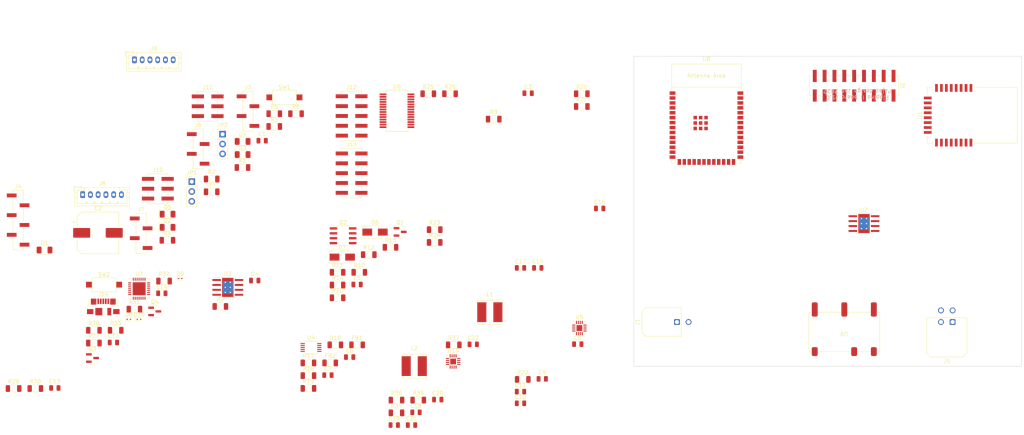
<source format=kicad_pcb>
(kicad_pcb (version 20211014) (generator pcbnew)
  (layers (0 "F.Cu" signal) (31 "B.Cu" signal) (34 "B.Paste" user) (35 "F.Paste" user) (36 "B.SilkS" user "B.Silkscreen") (37 "F.SilkS" user "F.Silkscreen") (38 "B.Mask" user) (39 "F.Mask" user) (44 "Edge.Cuts" user))
  (net 0 "")
  (net 1 "+3V3")
  (net 2 "GND")
  (net 3 "+BATT")
  (net 4 "VBATT_GATED")
  (net 5 "Net-(C6-Pad1)")
  (net 6 "Net-(C6-Pad2)")
  (net 7 "3V3_GATED")
  (net 8 "/PSU_Gated/PSU_3v3/TPS62110_MODULE/FB_1v15")
  (net 9 "Net-(C13-Pad1)")
  (net 10 "/ESPEN")
  (net 11 "5V0_GATED")
  (net 12 "/PSU_3v3_BATT/TPS62110_MODULE_BATT/FB_1v15")
  (net 13 "Net-(D1-Pad1)")
  (net 14 "/LED1")
  (net 15 "Net-(D2-Pad1)")
  (net 16 "/LED2")
  (net 17 "Net-(D3-Pad1)")
  (net 18 "/ESPIO19")
  (net 19 "Net-(D4-Pad1)")
  (net 20 "/ESPIO20")
  (net 21 "Net-(D5-Pad1)")
  (net 22 "/VBATT_trig_manual")
  (net 23 "Net-(D6-Pad2)")
  (net 24 "Net-(D7-Pad2)")
  (net 25 "/ESP32_Module/VBUS")
  (net 26 "/ESP32_Module/USB_DN")
  (net 27 "/ESP32_Module/USB_DP")
  (net 28 "/EXT1")
  (net 29 "/E18P14")
  (net 30 "/ADS0")
  (net 31 "/E18P15")
  (net 32 "/ADS2")
  (net 33 "/E18P16")
  (net 34 "/ADS3")
  (net 35 "/E18RX")
  (net 36 "/E18RST")
  (net 37 "/E18TX")
  (net 38 "/E18DD")
  (net 39 "/ESPIO1")
  (net 40 "/E18DC")
  (net 41 "/ESPIO2")
  (net 42 "/Batt_Low_Flag")
  (net 43 "/ESPIO11")
  (net 44 "/ESPIO12")
  (net 45 "/MOSI")
  (net 46 "/MISO")
  (net 47 "/SPICLK")
  (net 48 "/SPICS")
  (net 49 "/ESPIO13")
  (net 50 "/ESPIO14")
  (net 51 "/SDA")
  (net 52 "/SCL")
  (net 53 "/M1+")
  (net 54 "/M1enc2_dir")
  (net 55 "/M1enc1")
  (net 56 "/M1-")
  (net 57 "/M2+")
  (net 58 "/M2enc2_dir")
  (net 59 "/M2enc1")
  (net 60 "/M2-")
  (net 61 "/M1PWM1")
  (net 62 "/M1PWM2_brake")
  (net 63 "/M2PWM1")
  (net 64 "/M2PWM2_brake")
  (net 65 "/io_expander/GPA0")
  (net 66 "/io_expander/GPA4")
  (net 67 "/io_expander/GPA1")
  (net 68 "/io_expander/GPA5")
  (net 69 "/io_expander/GPA2")
  (net 70 "/io_expander/GPA6")
  (net 71 "/io_expander/GPA3")
  (net 72 "/io_expander/GPA7")
  (net 73 "/io_expander/GPB0")
  (net 74 "/io_expander/GPB4")
  (net 75 "/io_expander/GPB1")
  (net 76 "/io_expander/GPB5")
  (net 77 "/io_expander/GPB2")
  (net 78 "/io_expander/GPB6")
  (net 79 "/io_expander/GPB3")
  (net 80 "/io_expander/GPB7")
  (net 82 "/VBATT_maintain")
  (net 83 "/ESPIO35")
  (net 84 "/VBATT_trigger")
  (net 85 "/E18P10")
  (net 86 "Net-(L1-Pad1)")
  (net 87 "Net-(L2-Pad1)")
  (net 88 "Net-(Q1-Pad3)")
  (net 89 "Net-(Q3-Pad1)")
  (net 90 "/ESP32_Module/RTS")
  (net 91 "Net-(Q4-Pad1)")
  (net 92 "/ESP32_Module/DTR")
  (net 93 "/ESP32_Module/GPIO0")
  (net 94 "/ADC/ADS_IN1")
  (net 95 "Net-(R8-Pad1)")
  (net 96 "Net-(R9-Pad1)")
  (net 97 "Net-(R16-Pad2)")
  (net 98 "Net-(R17-Pad1)")
  (net 99 "/SCL_INT")
  (net 100 "/SDA_INT")
  (net 101 "Net-(R22-Pad2)")
  (net 102 "Net-(R25-Pad2)")
  (net 103 "Net-(R26-Pad2)")
  (net 104 "Net-(R29-Pad2)")
  (net 105 "Net-(R30-Pad2)")
  (net 106 "Net-(R36-Pad2)")
  (net 110 "/RUN_LED")
  (net 111 "/NWK_LED")
  (net 122 "/io_expander/INTERRUPT_2")
  (net 123 "/button_int")
  (net 139 "/TXD0")
  (net 140 "/RXD0")
  (net 147 "/PSU_Gated/5V_EN")
  (footprint "Package_SO:Texas_HTSOP-8-1EP_3.9x4.9mm_P1.27mm_EP2.95x4.9mm_Mask2.4x3.1mm_ThermalVias" (layer "F.Cu") (at 233.68 68.58)
    (fp_text reference "U2" (at 0 -3.5) (layer "F.SilkS"))
    (fp_text value "DRV8871DDA")
    (pad "1" smd rect (at -2.875 -1.905) (size 2.2 0.5) (layers "F.Cu" "F.Paste" "F.Mask") (net 2 "GND"))
    (pad "2" smd rect (at -2.875 -0.635) (size 2.2 0.5) (layers "F.Cu" "F.Paste" "F.Mask") (net 62 "/M1PWM2_brake"))
    (pad "3" smd rect (at -2.875 0.635) (size 2.2 0.5) (layers "F.Cu" "F.Paste" "F.Mask") (net 61 "/M1PWM1"))
    (pad "4" smd rect (at -2.875 1.905) (size 2.2 0.5) (layers "F.Cu" "F.Paste" "F.Mask") (net 95 "Net-(R8-Pad1)"))
    (pad "5" smd rect (at 2.875 1.905) (size 2.2 0.5) (layers "F.Cu" "F.Paste" "F.Mask") (net 4 "VBATT_GATED"))
    (pad "6" smd rect (at 2.875 0.635) (size 2.2 0.5) (layers "F.Cu" "F.Paste" "F.Mask") (net 53 "/M1+"))
    (pad "7" smd rect (at 2.875 -0.635) (size 2.2 0.5) (layers "F.Cu" "F.Paste" "F.Mask") (net 2 "GND"))
    (pad "8" smd rect (at 2.875 -1.905) (size 2.2 0.5) (layers "F.Cu" "F.Paste" "F.Mask") (net 56 "/M1-"))
    (pad "9" thru_hole circle (at -0.65 1.3) (size 0.63 0.63) (drill 0.33) (layers *.Cu *.Mask) (net 2 "GND"))
    (pad "9" thru_hole circle (at 0.65 -1.3) (size 0.63 0.63) (drill 0.33) (layers *.Cu *.Mask) (net 2 "GND"))
    (pad "9" smd rect (at 0 0) (size 2.95 4.9) (layers "F.Cu") (net 2 "GND"))
    (pad "9" smd rect (at 0 0) (size 2.6 3.3) (layers "B.Cu") (net 2 "GND"))
    (pad "9" thru_hole circle (at -0.65 0) (size 0.63 0.63) (drill 0.33) (layers *.Cu *.Mask) (net 2 "GND"))
    (pad "9" thru_hole circle (at 0.65 0) (size 0.63 0.63) (drill 0.33) (layers *.Cu *.Mask) (net 2 "GND"))
    (pad "9" thru_hole circle (at -0.65 -1.3) (size 0.63 0.63) (drill 0.33) (layers *.Cu *.Mask) (net 2 "GND"))
    (pad "9" thru_hole circle (at 0.65 1.3) (size 0.63 0.63) (drill 0.33) (layers *.Cu *.Mask) (net 2 "GND"))
  )
  (footprint "Diode_SMD:D_SMA" (layer "F.Cu") (at 99.1 77.23)
    (fp_text reference "D7" (at 0 -2.5) (layer "F.SilkS"))
    (fp_text value "1N5819")
    (pad "1" smd rect (at -2 0) (size 2.5 1.8) (layers "F.Cu" "F.Paste" "F.Mask") (net 22 "/VBATT_trig_manual"))
    (pad "2" smd rect (at 2 0) (size 2.5 1.8) (layers "F.Cu" "F.Paste" "F.Mask") (net 24 "Net-(D7-Pad2)"))
  )
  (footprint "Capacitor_SMD:C_0805_2012Metric" (layer "F.Cu") (at 95.39 107.67)
    (fp_text reference "C7" (at 0 -1.68) (layer "F.SilkS"))
    (fp_text value "1uF")
    (pad "1" smd roundrect (at -0.95 0) (size 1 1.45) (layers "F.Cu" "F.Paste" "F.Mask") (net 7 "3V3_GATED"))
    (pad "2" smd roundrect (at 0.95 0) (size 1 1.45) (layers "F.Cu" "F.Paste" "F.Mask") (net 2 "GND"))
  )
  (footprint "Resistor_SMD:R_1206_3216Metric" (layer "F.Cu") (at 127.85 99.87)
    (fp_text reference "R37" (at 0 -1.82) (layer "F.SilkS"))
    (fp_text value "1M")
    (pad "1" smd roundrect (at -1.4625 0) (size 1.125 1.75) (layers "F.Cu" "F.Paste" "F.Mask") (roundrect_rratio 0.222222) (net 1 "+3V3"))
    (pad "2" smd roundrect (at 1.4625 0) (size 1.125 1.75) (layers "F.Cu" "F.Paste" "F.Mask") (roundrect_rratio 0.222222) (net 42 "/Batt_Low_Flag"))
  )
  (footprint "Package_DFN_QFN:QFN-28-1EP_5x5mm_P0.5mm_EP3.35x3.35mm" (layer "F.Cu") (at 46.69 85.39)
    (fp_text reference "U7" (at 0 -3.8) (layer "F.SilkS"))
    (fp_text value "CP2102N-Axx-xQFN28")
    (pad "1" smd roundrect (at -2.45 -1.5) (size 0.8 0.25) (layers "F.Cu" "F.Paste" "F.Mask"))
    (pad "2" smd roundrect (at -2.45 -1) (size 0.8 0.25) (layers "F.Cu" "F.Paste" "F.Mask"))
    (pad "3" smd roundrect (at -2.45 -0.5) (size 0.8 0.25) (layers "F.Cu" "F.Paste" "F.Mask") (net 2 "GND"))
    (pad "4" smd roundrect (at -2.45 0) (size 0.8 0.25) (layers "F.Cu" "F.Paste" "F.Mask") (net 27 "/ESP32_Module/USB_DP"))
    (pad "5" smd roundrect (at -2.45 0.5) (size 0.8 0.25) (layers "F.Cu" "F.Paste" "F.Mask") (net 26 "/ESP32_Module/USB_DN"))
    (pad "6" smd roundrect (at -2.45 1) (size 0.8 0.25) (layers "F.Cu" "F.Paste" "F.Mask") (net 7 "3V3_GATED"))
    (pad "7" smd roundrect (at -2.45 1.5) (size 0.8 0.25) (layers "F.Cu" "F.Paste" "F.Mask") (net 7 "3V3_GATED"))
    (pad "8" smd roundrect (at -1.5 2.45) (size 0.25 0.8) (layers "F.Cu" "F.Paste" "F.Mask") (net 9 "Net-(C13-Pad1)"))
    (pad "9" smd roundrect (at -1 2.45) (size 0.25 0.8) (layers "F.Cu" "F.Paste" "F.Mask") (net 104 "Net-(R29-Pad2)"))
    (pad "10" smd roundrect (at -0.5 2.45) (size 0.25 0.8) (layers "F.Cu" "F.Paste" "F.Mask"))
    (pad "11" smd roundrect (at 0 2.45) (size 0.25 0.8) (layers "F.Cu" "F.Paste" "F.Mask") (net 105 "Net-(R30-Pad2)"))
    (pad "12" smd roundrect (at 0.5 2.45) (size 0.25 0.8) (layers "F.Cu" "F.Paste" "F.Mask"))
    (pad "13" smd roundrect (at 1 2.45) (size 0.25 0.8) (layers "F.Cu" "F.Paste" "F.Mask"))
    (pad "14" smd roundrect (at 1.5 2.45) (size 0.25 0.8) (layers "F.Cu" "F.Paste" "F.Mask"))
    (pad "15" smd roundrect (at 2.45 1.5) (size 0.8 0.25) (layers "F.Cu" "F.Paste" "F.Mask"))
    (pad "16" smd roundrect (at 2.45 1) (size 0.8 0.25) (layers "F.Cu" "F.Paste" "F.Mask"))
    (pad "17" smd roundrect (at 2.45 0.5) (size 0.8 0.25) (layers "F.Cu" "F.Paste" "F.Mask"))
    (pad "18" smd roundrect (at 2.45 0) (size 0.8 0.25) (layers "F.Cu" "F.Paste" "F.Mask"))
    (pad "19" smd roundrect (at 2.45 -0.5) (size 0.8 0.25) (layers "F.Cu" "F.Paste" "F.Mask"))
    (pad "20" smd roundrect (at 2.45 -1) (size 0.8 0.25) (layers "F.Cu" "F.Paste" "F.Mask"))
    (pad "21" smd roundrect (at 2.45 -1.5) (size 0.8 0.25) (layers "F.Cu" "F.Paste" "F.Mask"))
    (pad "22" smd roundrect (at 1.5 -2.45) (size 0.25 0.8) (layers "F.Cu" "F.Paste" "F.Mask"))
    (pad "23" smd roundrect (at 1 -2.45) (size 0.25 0.8) (layers "F.Cu" "F.Paste" "F.Mask"))
    (pad "24" smd roundrect (at 0.5 -2.45) (size 0.25 0.8) (layers "F.Cu" "F.Paste" "F.Mask") (net 90 "/ESP32_Module/RTS"))
    (pad "25" smd roundrect (at 0 -2.45) (size 0.25 0.8) (layers "F.Cu" "F.Paste" "F.Mask") (net 139 "/TXD0"))
    (pad "26" smd roundrect (at -0.5 -2.45) (size 0.25 0.8) (layers "F.Cu" "F.Paste" "F.Mask") (net 140 "/RXD0"))
    (pad "27" smd roundrect (at -1 -2.45) (size 0.25 0.8) (layers "F.Cu" "F.Paste" "F.Mask"))
    (pad "28" smd roundrect (at -1.5 -2.45) (size 0.25 0.8) (layers "F.Cu" "F.Paste" "F.Mask") (net 92 "/ESP32_Module/DTR"))
    (pad "29" smd rect (at 0 0) (size 3.35 3.35) (layers "F.Cu" "F.Mask") (net 2 "GND"))
  )
  (footprint "Capacitor_SMD:C_0805_2012Metric" (layer "F.Cu") (at 165.49 64.67)
    (fp_text reference "C16" (at 0 -1.68) (layer "F.SilkS"))
    (fp_text value "1uF")
    (pad "1" smd roundrect (at -0.95 0) (size 1 1.45) (layers "F.Cu" "F.Paste" "F.Mask") (net 11 "5V0_GATED"))
    (pad "2" smd roundrect (at 0.95 0) (size 1 1.45) (layers "F.Cu" "F.Paste" "F.Mask") (net 2 "GND"))
  )
  (footprint "Capacitor_SMD:C_0805_2012Metric" (layer "F.Cu") (at 40.05 99.26)
    (fp_text reference "C12" (at 0 -1.68) (layer "F.SilkS"))
    (fp_text value "10uF")
    (pad "1" smd roundrect (at -0.95 0) (size 1 1.45) (layers "F.Cu" "F.Paste" "F.Mask") (net 7 "3V3_GATED"))
    (pad "2" smd roundrect (at 0.95 0) (size 1 1.45) (layers "F.Cu" "F.Paste" "F.Mask") (net 2 "GND"))
  )
  (footprint "Connector_JST:JST_PH_B6B-PH-K_1x06_P2.00mm_Vertical" (layer "F.Cu") (at 45.480002 26.33)
    (fp_text reference "J9" (at 5 -2.9) (layer "F.SilkS"))
    (fp_text value "Conn_01x06")
    (pad "1" thru_hole roundrect (at 0 0) (size 1.2 1.75) (drill 0.75) (layers *.Cu *.Mask) (roundrect_rratio 0.208333) (net 57 "/M2+"))
    (pad "2" thru_hole oval (at 2 0) (size 1.2 1.75) (drill 0.75) (layers *.Cu *.Mask) (net 2 "GND"))
    (pad "3" thru_hole oval (at 4 0) (size 1.2 1.75) (drill 0.75) (layers *.Cu *.Mask) (net 58 "/M2enc2_dir"))
    (pad "4" thru_hole oval (at 6 0) (size 1.2 1.75) (drill 0.75) (layers *.Cu *.Mask) (net 59 "/M2enc1"))
    (pad "5" thru_hole oval (at 8 0) (size 1.2 1.75) (drill 0.75) (layers *.Cu *.Mask) (net 7 "3V3_GATED"))
    (pad "6" thru_hole oval (at 10 0) (size 1.2 1.75) (drill 0.75) (layers *.Cu *.Mask) (net 60 "/M2-"))
  )
  (footprint "Package_DFN_QFN:HVQFN-16-1EP_3x3mm_P0.5mm_EP1.5x1.5mm" (layer "F.Cu") (at 160.26 95.53)
    (fp_text reference "U5" (at 0 -2.82) (layer "F.SilkS"))
    (fp_text value "TPS62110")
    (pad "1" smd roundrect (at -1.4375 -0.75) (size 0.875 0.25) (layers "F.Cu" "F.Paste" "F.Mask") (net 2 "GND"))
    (pad "2" smd roundrect (at -1.4375 -0.25) (size 0.875 0.25) (layers "F.Cu" "F.Paste" "F.Mask") (net 4 "VBATT_GATED"))
    (pad "3" smd roundrect (at -1.4375 0.25) (size 0.875 0.25) (layers "F.Cu" "F.Paste" "F.Mask") (net 4 "VBATT_GATED"))
    (pad "4" smd roundrect (at -1.4375 0.75) (size 0.875 0.25) (layers "F.Cu" "F.Paste" "F.Mask") (net 4 "VBATT_GATED"))
    (pad "5" smd roundrect (at -0.75 1.4375) (size 0.25 0.875) (layers "F.Cu" "F.Paste" "F.Mask") (net 2 "GND"))
    (pad "6" smd roundrect (at -0.25 1.4375) (size 0.25 0.875) (layers "F.Cu" "F.Paste" "F.Mask"))
    (pad "7" smd roundrect (at 0.25 1.4375) (size 0.25 0.875) (layers "F.Cu" "F.Paste" "F.Mask") (net 2 "GND"))
    (pad "8" smd roundrect (at 0.75 1.4375) (size 0.25 0.875) (layers "F.Cu" "F.Paste" "F.Mask") (net 4 "VBATT_GATED"))
    (pad "9" smd roundrect (at 1.4375 0.75) (size 0.875 0.25) (layers "F.Cu" "F.Paste" "F.Mask") (net 2 "GND"))
    (pad "10" smd roundrect (at 1.4375 0.25) (size 0.875 0.25) (layers "F.Cu" "F.Paste" "F.Mask") (net 8 "/PSU_Gated/PSU_3v3/TPS62110_MODULE/FB_1v15"))
    (pad "11" smd roundrect (at 1.4375 -0.25) (size 0.875 0.25) (layers "F.Cu" "F.Paste" "F.Mask") (net 2 "GND"))
    (pad "12" smd roundrect (at 1.4375 -0.75) (size 0.875 0.25) (layers "F.Cu" "F.Paste" "F.Mask") (net 2 "GND"))
    (pad "13" smd roundrect (at 0.75 -1.4375) (size 0.25 0.875) (layers "F.Cu" "F.Paste" "F.Mask") (net 101 "Net-(R22-Pad2)"))
    (pad "14" smd roundrect (at 0.25 -1.4375) (size 0.25 0.875) (layers "F.Cu" "F.Paste" "F.Mask") (net 86 "Net-(L1-Pad1)"))
    (pad "15" smd roundrect (at -0.25 -1.4375) (size 0.25 0.875) (layers "F.Cu" "F.Paste" "F.Mask") (net 86 "Net-(L1-Pad1)"))
    (pad "16" smd roundrect (at -0.75 -1.4375) (size 0.25 0.875) (layers "F.Cu" "F.Paste" "F.Mask") (net 2 "GND"))
    (pad "17" smd rect (at 0 0) (size 1.5 1.5) (layers "F.Cu" "F.Mask"))
  )
  (footprint "Package_SO:TSSOP-10_3x3mm_P0.5mm" (layer "F.Cu") (at 91.03 100.55)
    (fp_text reference "U4" (at 0 -2.55) (layer "F.SilkS"))
    (fp_text value "ADS1115IDGS")
    (pad "1" smd rect (at -2.15 -1) (size 1.1 0.25) (layers "F.Cu" "F.Paste" "F.Mask") (net 98 "Net-(R17-Pad1)"))
    (pad "2" smd rect (at -2.15 -0.5) (size 1.1 0.25) (layers "F.Cu" "F.Paste" "F.Mask") (net 97 "Net-(R16-Pad2)"))
    (pad "3" smd rect (at -2.15 0) (size 1.1 0.25) (layers "F.Cu" "F.Paste" "F.Mask") (net 2 "GND"))
    (pad "4" smd rect (at -2.15 0.5) (size 1.1 0.25) (layers "F.Cu" "F.Paste" "F.Mask") (net 30 "/ADS0"))
    (pad "5" smd rect (at -2.15 1) (size 1.1 0.25) (layers "F.Cu" "F.Paste" "F.Mask") (net 94 "/ADC/ADS_IN1"))
    (pad "6" smd rect (at 2.15 1) (size 1.1 0.25) (layers "F.Cu" "F.Paste" "F.Mask") (net 32 "/ADS2"))
    (pad "7" smd rect (at 2.15 0.5) (size 1.1 0.25) (layers "F.Cu" "F.Paste" "F.Mask") (net 34 "/ADS3"))
    (pad "8" smd rect (at 2.15 0) (size 1.1 0.25) (layers "F.Cu" "F.Paste" "F.Mask") (net 7 "3V3_GATED"))
    (pad "9" smd rect (at 2.15 -0.5) (size 1.1 0.25) (layers "F.Cu" "F.Paste" "F.Mask") (net 100 "/SDA_INT"))
    (pad "10" smd rect (at 2.15 -1) (size 1.1 0.25) (layers "F.Cu" "F.Paste" "F.Mask") (net 99 "/SCL_INT"))
  )
  (footprint "Capacitor_SMD:C_0805_2012Metric" (layer "F.Cu") (at 159.84 99.68)
    (fp_text reference "C8" (at 0 -1.68) (layer "F.SilkS"))
    (fp_text value "10uF")
    (pad "1" smd roundrect (at -0.95 0) (size 1 1.45) (layers "F.Cu" "F.Paste" "F.Mask") (net 4 "VBATT_GATED"))
    (pad "2" smd roundrect (at 0.95 0) (size 1 1.45) (layers "F.Cu" "F.Paste" "F.Mask") (net 2 "GND"))
  )
  (footprint "Package_DFN_QFN:HVQFN-16-1EP_3x3mm_P0.5mm_EP1.5x1.5mm" (layer "F.Cu") (at 127.69 104.16)
    (fp_text reference "U10" (at 0 -2.82) (layer "F.SilkS"))
    (fp_text value "TPS62110")
    (pad "1" smd roundrect (at -1.4375 -0.75) (size 0.875 0.25) (layers "F.Cu" "F.Paste" "F.Mask") (net 2 "GND"))
    (pad "2" smd roundrect (at -1.4375 -0.25) (size 0.875 0.25) (layers "F.Cu" "F.Paste" "F.Mask") (net 3 "+BATT"))
    (pad "3" smd roundrect (at -1.4375 0.25) (size 0.875 0.25) (layers "F.Cu" "F.Paste" "F.Mask") (net 3 "+BATT"))
    (pad "4" smd roundrect (at -1.4375 0.75) (size 0.875 0.25) (layers "F.Cu" "F.Paste" "F.Mask") (net 3 "+BATT"))
    (pad "5" smd roundrect (at -0.75 1.4375) (size 0.25 0.875) (layers "F.Cu" "F.Paste" "F.Mask") (net 2 "GND"))
    (pad "6" smd roundrect (at -0.25 1.4375) (size 0.25 0.875) (layers "F.Cu" "F.Paste" "F.Mask") (net 42 "/Batt_Low_Flag"))
    (pad "7" smd roundrect (at 0.25 1.4375) (size 0.25 0.875) (layers "F.Cu" "F.Paste" "F.Mask") (net 42 "/Batt_Low_Flag"))
    (pad "8" smd roundrect (at 0.75 1.4375) (size 0.25 0.875) (layers "F.Cu" "F.Paste" "F.Mask") (net 3 "+BATT"))
    (pad "9" smd roundrect (at 1.4375 0.75) (size 0.875 0.25) (layers "F.Cu" "F.Paste" "F.Mask") (net 2 "GND"))
    (pad "10" smd roundrect (at 1.4375 0.25) (size 0.875 0.25) (layers "F.Cu" "F.Paste" "F.Mask") (net 12 "/PSU_3v3_BATT/TPS62110_MODULE_BATT/FB_1v15"))
    (pad "11" smd roundrect (at 1.4375 -0.25) (size 0.875 0.25) (layers "F.Cu" "F.Paste" "F.Mask") (net 2 "GND"))
    (pad "12" smd roundrect (at 1.4375 -0.75) (size 0.875 0.25) (layers "F.Cu" "F.Paste" "F.Mask") (net 2 "GND"))
    (pad "13" smd roundrect (at 0.75 -1.4375) (size 0.25 0.875) (layers "F.Cu" "F.Paste" "F.Mask") (net 106 "Net-(R36-Pad2)"))
    (pad "14" smd roundrect (at 0.25 -1.4375) (size 0.25 0.875) (layers "F.Cu" "F.Paste" "F.Mask") (net 87 "Net-(L2-Pad1)"))
    (pad "15" smd roundrect (at -0.25 -1.4375) (size 0.25 0.875) (layers "F.Cu" "F.Paste" "F.Mask") (net 87 "Net-(L2-Pad1)"))
    (pad "16" smd roundrect (at -0.75 -1.4375) (size 0.25 0.875) (layers "F.Cu" "F.Paste" "F.Mask") (net 2 "GND"))
    (pad "17" smd rect (at 0 0) (size 1.5 1.5) (layers "F.Cu" "F.Mask"))
  )
  (footprint "Resistor_SMD:R_1206_3216Metric" (layer "F.Cu") (at 90.36 104.52)
    (fp_text reference "R17" (at 0 -1.82) (layer "F.SilkS"))
    (fp_text value "10k")
    (pad "1" smd roundrect (at -1.4625 0) (size 1.125 1.75) (layers "F.Cu" "F.Paste" "F.Mask") (roundrect_rratio 0.222222) (net 98 "Net-(R17-Pad1)"))
    (pad "2" smd roundrect (at 1.4625 0) (size 1.125 1.75) (layers "F.Cu" "F.Paste" "F.Mask") (roundrect_rratio 0.222222) (net 2 "GND"))
  )
  (footprint "Capacitor_SMD:C_0805_2012Metric" (layer "F.Cu") (at 147.03 34.95)
    (fp_text reference "C3" (at 0 -1.68) (layer "F.SilkS"))
    (fp_text value "0.1uF")
    (pad "1" smd roundrect (at -0.95 0) (size 1 1.45) (layers "F.Cu" "F.Paste" "F.Mask") (net 4 "VBATT_GATED"))
    (pad "2" smd roundrect (at 0.95 0) (size 1 1.45) (layers "F.Cu" "F.Paste" "F.Mask") (net 2 "GND"))
  )
  (footprint "LED_SMD:LED_1206_3216Metric" (layer "F.Cu") (at 54.03 66.16)
    (fp_text reference "D5" (at 0 -1.82) (layer "F.SilkS"))
    (fp_text value "LED")
    (pad "1" smd roundrect (at -1.4 0) (size 1.25 1.75) (layers "F.Cu" "F.Paste" "F.Mask") (roundrect_rratio 0.2) (net 21 "Net-(D5-Pad1)"))
    (pad "2" smd roundrect (at 1.4 0) (size 1.25 1.75) (layers "F.Cu" "F.Paste" "F.Mask") (roundrect_rratio 0.2) (net 11 "5V0_GATED"))
  )
  (footprint "Capacitor_SMD:C_0805_2012Metric" (layer "F.Cu") (at 123.72 113.98)
    (fp_text reference "C20" (at 0 -1.68) (layer "F.SilkS"))
    (fp_text value "10p")
    (pad "1" smd roundrect (at -0.95 0) (size 1 1.45) (layers "F.Cu" "F.Paste" "F.Mask") (net 1 "+3V3"))
    (pad "2" smd roundrect (at 0.95 0) (size 1 1.45) (layers "F.Cu" "F.Paste" "F.Mask") (net 12 "/PSU_3v3_BATT/TPS62110_MODULE_BATT/FB_1v15"))
  )
  (footprint "Package_SO:SSOP-28_5.3x10.2mm_P0.65mm" (layer "F.Cu") (at 113.2 39.47)
    (fp_text reference "U6" (at 0 -6.25) (layer "F.SilkS"))
    (fp_text value "MCP23017")
    (pad "1" smd rect (at -3.6 -4.225) (size 1.75 0.45) (layers "F.Cu" "F.Paste" "F.Mask") (net 73 "/io_expander/GPB0"))
    (pad "2" smd rect (at -3.6 -3.575) (size 1.75 0.45) (layers "F.Cu" "F.Paste" "F.Mask") (net 75 "/io_expander/GPB1"))
    (pad "3" smd rect (at -3.6 -2.925) (size 1.75 0.45) (layers "F.Cu" "F.Paste" "F.Mask") (net 77 "/io_expander/GPB2"))
    (pad "4" smd rect (at -3.6 -2.275) (size 1.75 0.45) (layers "F.Cu" "F.Paste" "F.Mask") (net 79 "/io_expander/GPB3"))
    (pad "5" smd rect (at -3.6 -1.625) (size 1.75 0.45) (layers "F.Cu" "F.Paste" "F.Mask") (net 74 "/io_expander/GPB4"))
    (pad "6" smd rect (at -3.6 -0.975) (size 1.75 0.45) (layers "F.Cu" "F.Paste" "F.Mask") (net 76 "/io_expander/GPB5"))
    (pad "7" smd rect (at -3.6 -0.325) (size 1.75 0.45) (layers "F.Cu" "F.Paste" "F.Mask") (net 78 "/io_expander/GPB6"))
    (pad "8" smd rect (at -3.6 0.325) (size 1.75 0.45) (layers "F.Cu" "F.Paste" "F.Mask") (net 80 "/io_expander/GPB7"))
    (pad "9" smd rect (at -3.6 0.975) (size 1.75 0.45) (layers "F.Cu" "F.Paste" "F.Mask") (net 1 "+3V3"))
    (pad "10" smd rect (at -3.6 1.625) (size 1.75 0.45) (layers "F.Cu" "F.Paste" "F.Mask") (net 2 "GND"))
    (pad "11" smd rect (at -3.6 2.275) (size 1.75 0.45) (layers "F.Cu" "F.Paste" "F.Mask"))
    (pad "12" smd rect (at -3.6 2.925) (size 1.75 0.45) (layers "F.Cu" "F.Paste" "F.Mask") (net 99 "/SCL_INT"))
    (pad "13" smd rect (at -3.6 3.575) (size 1.75 0.45) (layers "F.Cu" "F.Paste" "F.Mask") (net 100 "/SDA_INT"))
    (pad "14" smd rect (at -3.6 4.225) (size 1.75 0.45) (layers "F.Cu" "F.Paste" "F.Mask"))
    (pad "15" smd rect (at 3.6 4.225) (size 1.75 0.45) (layers "F.Cu" "F.Paste" "F.Mask") (net 103 "Net-(R26-Pad2)"))
    (pad "16" smd rect (at 3.6 3.575) (size 1.75 0.45) (layers "F.Cu" "F.Paste" "F.Mask") (net 103 "Net-(R26-Pad2)"))
    (pad "17" smd rect (at 3.6 2.925) (size 1.75 0.45) (layers "F.Cu" "F.Paste" "F.Mask") (net 103 "Net-(R26-Pad2)"))
    (pad "18" smd rect (at 3.6 2.275) (size 1.75 0.45) (layers "F.Cu" "F.Paste" "F.Mask") (net 102 "Net-(R25-Pad2)"))
    (pad "19" smd rect (at 3.6 1.625) (size 1.75 0.45) (layers "F.Cu" "F.Paste" "F.Mask") (net 122 "/io_expander/INTERRUPT_2"))
    (pad "20" smd rect (at 3.6 0.975) (size 1.75 0.45) (layers "F.Cu" "F.Paste" "F.Mask") (net 123 "/button_int"))
    (pad "21" smd rect (at 3.6 0.325) (size 1.75 0.45) (layers "F.Cu" "F.Paste" "F.Mask") (net 65 "/io_expander/GPA0"))
    (pad "22" smd rect (at 3.6 -0.325) (size 1.75 0.45) (layers "F.Cu" "F.Paste" "F.Mask") (net 67 "/io_expander/GPA1"))
    (pad "23" smd rect (at 3.6 -0.975) (size 1.75 0.45) (layers "F.Cu" "F.Paste" "F.Mask") (net 69 "/io_expander/GPA2"))
    (pad "24" smd rect (at 3.6 -1.625) (size 1.75 0.45) (layers "F.Cu" "F.Paste" "F.Mask") (net 71 "/io_expander/GPA3"))
    (pad "25" smd rect (at 3.6 -2.275) (size 1.75 0.45) (layers "F.Cu" "F.Paste" "F.Mask") (net 66 "/io_expander/GPA4"))
    (pad "26" smd rect (at 3.6 -2.925) (size 1.75 0.45) (layers "F.Cu" "F.Paste" "F.Mask") (net 68 "/io_expander/GPA5"))
    (pad "27" smd rect (at 3.6 -3.575) (size 1.75 0.45) (layers "F.Cu" "F.Paste" "F.Mask") (net 70 "/io_expander/GPA6"))
    (pad "28" smd rect (at 3.6 -4.225) (size 1.75 0.45) (layers "F.Cu" "F.Paste" "F.Mask") (net 72 "/io_expander/GPA7"))
  )
  (footprint "Resistor_SMD:R_1206_3216Metric" (layer "F.Cu") (at 145.65 108.78)
    (fp_text reference "R22" (at 0 -1.82) (layer "F.SilkS"))
    (fp_text value "1M")
    (pad "1" smd roundrect (at -1.4625 0) (size 1.125 1.75) (layers "F.Cu" "F.Paste" "F.Mask") (roundrect_rratio 0.222222) (net 7 "3V3_GATED"))
    (pad "2" smd roundrect (at 1.4625 0) (size 1.125 1.75) (layers "F.Cu" "F.Paste" "F.Mask") (roundrect_rratio 0.222222) (net 101 "Net-(R22-Pad2)"))
  )
  (footprint "Capacitor_SMD:C_0805_2012Metric" (layer "F.Cu") (at 102.91 84.3)
    (fp_text reference "C5" (at 0 -1.68) (layer "F.SilkS"))
    (fp_text value "10uF")
    (pad "1" smd roundrect (at -0.95 0) (size 1 1.45) (layers "F.Cu" "F.Paste" "F.Mask") (net 4 "VBATT_GATED"))
    (pad "2" smd roundrect (at 0.95 0) (size 1 1.45) (layers "F.Cu" "F.Paste" "F.Mask") (net 2 "GND"))
  )
  (footprint "LED_SMD:LED_1206_3216Metric" (layer "F.Cu") (at 73.39 50.78)
    (fp_text reference "D3" (at 0 -1.82) (layer "F.SilkS"))
    (fp_text value "LED")
    (pad "1" smd roundrect (at -1.4 0) (size 1.25 1.75) (layers "F.Cu" "F.Paste" "F.Mask") (roundrect_rratio 0.2) (net 17 "Net-(D3-Pad1)"))
    (pad "2" smd roundrect (at 1.4 0) (size 1.25 1.75) (layers "F.Cu" "F.Paste" "F.Mask") (roundrect_rratio 0.2) (net 18 "/ESPIO19"))
  )
  (footprint "Capacitor_SMD:C_0805_2012Metric" (layer "F.Cu") (at 132.88 99.73)
    (fp_text reference "C22" (at 0 -1.68) (layer "F.SilkS"))
    (fp_text value "100n")
    (pad "1" smd roundrect (at -0.95 0) (size 1 1.45) (layers "F.Cu" "F.Paste" "F.Mask") (net 1 "+3V3"))
    (pad "2" smd roundrect (at 0.95 0) (size 1 1.45) (layers "F.Cu" "F.Paste" "F.Mask") (net 2 "GND"))
  )
  (footprint "Button_Switch_SMD:SW_SPST_CK_RS282G05A3" (layer "F.Cu") (at 37.64 84.34)
    (fp_text reference "SW2" (at 0 -2.6) (layer "F.SilkS"))
    (fp_text value "SW_Push")
    (pad "1" smd rect (at -3.9 0) (size 1.5 1.5) (layers "F.Cu" "F.Paste" "F.Mask") (net 10 "/ESPEN"))
    (pad "2" smd rect (at 3.9 0) (size 1.5 1.5) (layers "F.Cu" "F.Paste" "F.Mask") (net 2 "GND"))
  )
  (footprint "Connector_PinHeader_2.54mm:PinHeader_1x03_P2.54mm_Vertical" (layer "F.Cu") (at 68.22 45.52)
    (fp_text reference "JP2" (at 0 -2.33) (layer "F.SilkS"))
    (fp_text value "Jumper_3_Open")
    (pad "1" thru_hole rect (at 0 0) (size 1.7 1.7) (drill 1) (layers *.Cu *.Mask) (net 28 "/EXT1"))
    (pad "2" thru_hole oval (at 0 2.54) (size 1.7 1.7) (drill 1) (layers *.Cu *.Mask) (net 84 "/VBATT_trigger"))
    (pad "3" thru_hole oval (at 0 5.08) (size 1.7 1.7) (drill 1) (layers *.Cu *.Mask) (net 85 "/E18P10"))
  )
  (footprint "Diode_SMD:D_SOD-923" (layer "F.Cu") (at 57.285 82.74)
    (fp_text reference "D9" (at 0 -1.2) (layer "F.SilkS"))
    (fp_text value "ESD9B5.0ST5G")
    (pad "1" smd rect (at -0.42 0 180) (size 0.36 0.25) (layers "F.Cu" "F.Paste" "F.Mask") (net 26 "/ESP32_Module/USB_DN"))
    (pad "2" smd rect (at 0.42 0 180) (size 0.36 0.25) (layers "F.Cu" "F.Paste" "F.Mask") (net 2 "GND"))
  )
  (footprint "Resistor_SMD:R_1206_3216Metric" (layer "F.Cu") (at 90.36 111.1)
    (fp_text reference "R19" (at 0 -1.82) (layer "F.SilkS"))
    (fp_text value "10k")
    (pad "1" smd roundrect (at -1.4625 0) (size 1.125 1.75) (layers "F.Cu" "F.Paste" "F.Mask") (roundrect_rratio 0.222222) (net 7 "3V3_GATED"))
    (pad "2" smd roundrect (at 1.4625 0) (size 1.125 1.75) (layers "F.Cu" "F.Paste" "F.Mask") (roundrect_rratio 0.222222) (net 100 "/SDA_INT"))
  )
  (footprint "Connector_PinHeader_2.54mm:PinHeader_1x03_P2.54mm_Vertical" (layer "F.Cu") (at 60.27 57.77)
    (fp_text reference "JP1" (at 0 -2.33) (layer "F.SilkS"))
    (fp_text value "Jumper_3_Open")
    (pad "1" thru_hole rect (at 0 0) (size 1.7 1.7) (drill 1) (layers *.Cu *.Mask) (net 33 "/E18P16"))
    (pad "2" thru_hole oval (at 0 2.54) (size 1.7 1.7) (drill 1) (layers *.Cu *.Mask) (net 82 "/VBATT_maintain"))
    (pad "3" thru_hole oval (at 0 5.08) (size 1.7 1.7) (drill 1) (layers *.Cu *.Mask) (net 83 "/ESPIO35"))
  )
  (footprint "Capacitor_SMD:C_0805_2012Metric" (layer "F.Cu") (at 145.07 80.01)
    (fp_text reference "C17" (at 0 -1.68) (layer "F.SilkS"))
    (fp_text value "100n")
    (pad "1" smd roundrect (at -0.95 0) (size 1 1.45) (layers "F.Cu" "F.Paste" "F.Mask") (net 11 "5V0_GATED"))
    (pad "2" smd roundrect (at 0.95 0) (size 1 1.45) (layers "F.Cu" "F.Paste" "F.Mask") (net 2 "GND"))
  )
  (footprint "Resistor_SMD:R_1206_3216Metric" (layer "F.Cu") (at 102.92 99.87)
    (fp_text reference "FB1" (at 0 -1.82) (layer "F.SilkS"))
    (fp_text value "FerriteBead_Small")
    (pad "1" smd roundrect (at -1.4625 0) (size 1.125 1.75) (layers "F.Cu" "F.Paste" "F.Mask") (roundrect_rratio 0.222222) (net 7 "3V3_GATED"))
    (pad "2" smd roundrect (at 1.4625 0) (size 1.125 1.75) (layers "F.Cu" "F.Paste" "F.Mask") (roundrect_rratio 0.222222) (net 5 "Net-(C6-Pad1)"))
  )
  (footprint "Button_Switch_SMD:SW_SPST_CK_RS282G05A3" (layer "F.Cu") (at 84.17 36.02)
    (fp_text reference "SW1" (at 0 -2.6) (layer "F.SilkS"))
    (fp_text value "SW_Push")
    (pad "1" smd rect (at -3.9 0) (size 1.5 1.5) (layers "F.Cu" "F.Paste" "F.Mask") (net 1 "+3V3"))
    (pad "2" smd rect (at 3.9 0) (size 1.5 1.5) (layers "F.Cu" "F.Paste" "F.Mask") (net 22 "/VBATT_trig_manual"))
  )
  (footprint "Connector_PinHeader_2.54mm:PinHeader_2x03_P2.54mm_Vertical_SMD" (layer "F.Cu") (at 51.52 59.59)
    (fp_text reference "J10" (at 0 -4.87) (layer "F.SilkS"))
    (fp_text value "Conn_02x03")
    (pad "1" smd rect (at -2.525 -2.54) (size 3.15 1) (layers "F.Cu" "F.Paste" "F.Mask") (net 2 "GND"))
    (pad "2" smd rect (at 2.525 -2.54) (size 3.15 1) (layers "F.Cu" "F.Paste" "F.Mask") (net 55 "/M1enc1"))
    (pad "3" smd rect (at -2.525 0) (size 3.15 1) (layers "F.Cu" "F.Paste" "F.Mask") (net 4 "VBATT_GATED"))
    (pad "4" smd rect (at 2.525 0) (size 3.15 1) (layers "F.Cu" "F.Paste" "F.Mask") (net 61 "/M1PWM1"))
    (pad "5" smd rect (at -2.525 2.54) (size 3.15 1) (layers "F.Cu" "F.Paste" "F.Mask") (net 54 "/M1enc2_dir"))
    (pad "6" smd rect (at 2.525 2.54) (size 3.15 1) (layers "F.Cu" "F.Paste" "F.Mask") (net 62 "/M1PWM2_brake"))
  )
  (footprint "Capacitor_SMD:C_0805_2012Metric" (layer "F.Cu") (at 76.51 83.27)
    (fp_text reference "C4" (at 0 -1.68) (layer "F.SilkS"))
    (fp_text value "0.1uF")
    (pad "1" smd roundrect (at -0.95 0) (size 1 1.45) (layers "F.Cu" "F.Paste" "F.Mask") (net 4 "VBATT_GATED"))
    (pad "2" smd roundrect (at 0.95 0) (size 1 1.45) (layers "F.Cu" "F.Paste" "F.Mask") (net 2 "GND"))
  )
  (footprint "Resistor_SMD:R_1206_3216Metric" (layer "F.Cu") (at 45.47 90.66)
    (fp_text reference "R31" (at 0 -1.82) (layer "F.SilkS"))
    (fp_text value "10K(NC)")
    (pad "1" smd roundrect (at -1.4625 0) (size 1.125 1.75) (layers "F.Cu" "F.Paste" "F.Mask") (roundrect_rratio 0.222222) (net 10 "/ESPEN"))
    (pad "2" smd roundrect (at 1.4625 0) (size 1.125 1.75) (layers "F.Cu" "F.Paste" "F.Mask") (roundrect_rratio 0.222222) (net 7 "3V3_GATED"))
  )
  (footprint "Inductor_SMD:L_Bourns_SRN6045TA" (layer "F.Cu") (at 137.16 91.44)
    (fp_text reference "L1" (at 0 -4.6) (layer "F.SilkS"))
    (fp_text value "6.8u 2A")
    (pad "1" smd rect (at -2.075 0) (size 2.35 5.1) (layers "F.Cu" "F.Paste" "F.Mask") (net 86 "Net-(L1-Pad1)"))
    (pad "2" smd rect (at 2.075 0) (size 2.35 5.1) (layers "F.Cu" "F.Paste" "F.Mask") (net 7 "3V3_GATED"))
  )
  (footprint "Resistor_SMD:R_1206_3216Metric" (layer "F.Cu") (at 121.28 35.09)
    (fp_text reference "R25" (at 0 -1.82) (layer "F.SilkS"))
    (fp_text value "10k")
    (pad "1" smd roundrect (at -1.4625 0) (size 1.125 1.75) (layers "F.Cu" "F.Paste" "F.Mask") (roundrect_rratio 0.222222) (net 1 "+3V3"))
    (pad "2" smd roundrect (at 1.4625 0) (size 1.125 1.75) (layers "F.Cu" "F.Paste" "F.Mask") (roundrect_rratio 0.222222) (net 102 "Net-(R25-Pad2)"))
  )
  (footprint "Resistor_SMD:R_1206_3216Metric" (layer "F.Cu") (at 122.93 70.15)
    (fp_text reference "R23" (at 0 -1.82) (layer "F.SilkS"))
    (fp_text value "560K")
    (pad "1" smd roundrect (at -1.4625 0) (size 1.125 1.75) (layers "F.Cu" "F.Paste" "F.Mask") (roundrect_rratio 0.222222) (net 4 "VBATT_GATED"))
    (pad "2" smd roundrect (at 1.4625 0) (size 1.125 1.75) (layers "F.Cu" "F.Paste" "F.Mask") (roundrect_rratio 0.222222) (net 8 "/PSU_Gated/PSU_3v3/TPS62110_MODULE/FB_1v15"))
  )
  (footprint "Resistor_SMD:R_1206_3216Metric" (layer "F.Cu") (at 105.93 76.6)
    (fp_text reference "R12" (at 0 -1.82) (layer "F.SilkS"))
    (fp_text value "100K")
    (pad "1" smd roundrect (at -1.4625 0) (size 1.125 1.75) (layers "F.Cu" "F.Paste" "F.Mask") (roundrect_rratio 0.222222) (net 3 "+BATT"))
    (pad "2" smd roundrect (at 1.4625 0) (size 1.125 1.75) (layers "F.Cu" "F.Paste" "F.Mask") (roundrect_rratio 0.222222) (net 88 "Net-(Q1-Pad3)"))
  )
  (footprint "Resistor_SMD:R_1206_3216Metric" (layer "F.Cu") (at 97.31 99.87)
    (fp_text reference "R18" (at 0 -1.82) (layer "F.SilkS"))
    (fp_text value "10k")
    (pad "1" smd roundrect (at -1.4625 0) (size 1.125 1.75) (layers "F.Cu" "F.Paste" "F.Mask") (roundrect_rratio 0.222222) (net 7 "3V3_GATED"))
    (pad "2" smd roundrect (at 1.4625 0) (size 1.125 1.75) (layers "F.Cu" "F.Paste" "F.Mask") (roundrect_rratio 0.222222) (net 99 "/SCL_INT"))
  )
  (footprint "Capacitor_SMD:C_0805_2012Metric" (layer "F.Cu") (at 145.07 114.94)
    (fp_text reference "C10" (at 0 -1.68) (layer "F.SilkS"))
    (fp_text value "10p")
    (pad "1" smd roundrect (at -0.95 0) (size 1 1.45) (layers "F.Cu" "F.Paste" "F.Mask") (net 7 "3V3_GATED"))
    (pad "2" smd roundrect (at 0.95 0) (size 1 1.45) (layers "F.Cu" "F.Paste" "F.Mask") (net 8 "/PSU_Gated/PSU_3v3/TPS62110_MODULE/FB_1v15"))
  )
  (footprint "Connector_Molex:Molex_Micro-Fit_3.0_43045-0400_2x02_P3.00mm_Horizontal" (layer "F.Cu") (at 256.54 93.98 180)
    (fp_text reference "J5" (at 1.5 -10.12) (layer "F.SilkS"))
    (fp_text value "Conn_02x02_Counter_Clockwise")
    (pad "" np_thru_hole circle (at 1.5 -4.32 180) (size 3 3) (drill 3) (layers *.Cu *.Mask))
    (pad "1" thru_hole roundrect (at 0 0 180) (size 1.5 1.5) (drill 1.02) (layers *.Cu *.Mask) (roundrect_rratio 0.166667) (net 2 "GND"))
    (pad "2" thru_hole circle (at 3 0 180) (size 1.5 1.5) (drill 1.02) (layers *.Cu *.Mask) (net 2 "GND"))
    (pad "3" thru_hole circle (at 0 3 180) (size 1.5 1.5) (drill 1.02) (layers *.Cu *.Mask) (net 11 "5V0_GATED"))
    (pad "4" thru_hole circle (at 3 3 180) (size 1.5 1.5) (drill 1.02) (layers *.Cu *.Mask) (net 4 "VBATT_GATED"))
  )
  (footprint "Resistor_SMD:R_1206_3216Metric" (layer "F.Cu") (at 160.88 35.09)
    (fp_text reference "R20" (at 0 -1.82) (layer "F.SilkS"))
    (fp_text value "560K")
    (pad "1" smd roundrect (at -1.4625 0) (size 1.125 1.75) (layers "F.Cu" "F.Paste" "F.Mask") (roundrect_rratio 0.222222) (net 3 "+BATT"))
    (pad "2" smd roundrect (at 1.4625 0) (size 1.125 1.75) (layers "F.Cu" "F.Paste" "F.Mask") (roundrect_rratio 0.222222) (net 12 "/PSU_3v3_BATT/TPS62110_MODULE_BATT/FB_1v15"))
  )
  (footprint "Resistor_SMD:R_1206_3216Metric" (layer "F.Cu") (at 81.55 40.24)
    (fp_text reference "R5" (at 0 -1.82) (layer "F.SilkS"))
    (fp_text value "330")
    (pad "1" smd roundrect (at -1.4625 0) (size 1.125 1.75) (layers "F.Cu" "F.Paste" "F.Mask") (roundrect_rratio 0.222222) (net 21 "Net-(D5-Pad1)"))
    (pad "2" smd roundrect (at 1.4625 0) (size 1.125 1.75) (layers "F.Cu" "F.Paste" "F.Mask") (roundrect_rratio 0.222222) (net 2 "GND"))
  )
  (footprint "Resistor_SMD:R_1206_3216Metric" (layer "F.Cu") (at 53.12 83.41)
    (fp_text reference "R32" (at 0 -1.82) (layer "F.SilkS"))
    (fp_text value "10K")
    (pad "1" smd roundrect (at -1.4625 0) (size 1.125 1.75) (layers "F.Cu" "F.Paste" "F.Mask") (roundrect_rratio 0.222222) (net 89 "Net-(Q3-Pad1)"))
    (pad "2" smd roundrect (at 1.4625 0) (size 1.125 1.75) (layers "F.Cu" "F.Paste" "F.Mask") (roundrect_rratio 0.222222) (net 92 "/ESP32_Module/DTR"))
  )
  (footprint "Connector_PinHeader_2.54mm:PinHeader_2x09_P2.54mm_Vertical_SMD" (layer "F.Cu") (at 231.14 33.02 -90)
    (fp_text reference "J2" (at 0 -12.49 90) (layer "F.SilkS"))
    (fp_text value "Conn_02x09_Odd_Even")
    (pad "1" smd rect (at -2.525 -10.16 270) (size 3.15 1) (layers "F.Cu" "F.Paste" "F.Mask") (net 1 "+3V3"))
    (pad "2" smd rect (at 2.525 -10.16 270) (size 3.15 1) (layers "F.Cu" "F.Paste" "F.Mask") (net 2 "GND"))
    (pad "3" smd rect (at -2.525 -7.62 270) (size 3.15 1) (layers "F.Cu" "F.Paste" "F.Mask") (net 28 "/EXT1"))
    (pad "4" smd rect (at 2.525 -7.62 270) (size 3.15 1) (layers "F.Cu" "F.Paste" "F.Mask") (net 10 "/ESPEN"))
    (pad "5" smd rect (at -2.525 -5.08 270) (size 3.15 1) (layers "F.Cu" "F.Paste" "F.Mask") (net 29 "/E18P14"))
    (pad "6" smd rect (at 2.525 -5.08 270) (size 3.15 1) (layers "F.Cu" "F.Paste" "F.Mask") (net 30 "/ADS0"))
    (pad "7" smd rect (at -2.525 -2.54 270) (size 3.15 1) (layers "F.Cu" "F.Paste" "F.Mask") (net 31 "/E18P15"))
    (pad "8" smd rect (at 2.525 -2.54 270) (size 3.15 1) (layers "F.Cu" "F.Paste" "F.Mask") (net 32 "/ADS2"))
    (pad "9" smd rect (at -2.525 0 270) (size 3.15 1) (layers "F.Cu" "F.Paste" "F.Mask") (net 33 "/E18P16"))
    (pad "10" smd rect (at 2.525 0 270) (size 3.15 1) (layers "F.Cu" "F.Paste" "F.Mask") (net 34 "/ADS3"))
    (pad "11" smd rect (at -2.525 2.54 270) (size 3.15 1) (layers "F.Cu" "F.Paste" "F.Mask") (net 35 "/E18RX"))
    (pad "12" smd rect (at 2.525 2.54 270) (size 3.15 1) (layers "F.Cu" "F.Paste" "F.Mask") (net 36 "/E18RST"))
    (pad "13" smd rect (at -2.525 5.08 270) (size 3.15 1) (layers "F.Cu" "F.Paste" "F.Mask") (net 37 "/E18TX"))
    (pad "14" smd rect (at 2.525 5.08 270) (size 3.15 1) (layers "F.Cu" "F.Paste" "F.Mask") (net 38 "/E18DD"))
    (pad "15" smd rect (at -2.525 7.62 270) (size 3.15 1) (layers "F.Cu" "F.Paste" "F.Mask") (net 39 "/ESPIO1"))
    (pad "16" smd rect (at 2.525 7.62 270) (size 3.15 1) (layers "F.Cu" "F.Paste" "F.Mask") (net 40 "/E18DC"))
    (pad "17" smd rect (at -2.525 10.16 270) (size 3.15 1) (layers "F.Cu" "F.Paste" "F.Mask") (net 41 "/ESPIO2"))
    (pad "18" smd rect (at 2.525 10.16 270) (size 3.15 1) (layers "F.Cu" "F.Paste" "F.Mask") (net 42 "/Batt_Low_Flag"))
  )
  (footprint "Connector_Molex:Molex_Micro-Fit_3.0_43045-0200_2x01_P3.00mm_Horizontal" (layer "F.Cu") (at 185.42 93.98 90)
    (fp_text reference "J1" (at 0 -10.12 90) (layer "F.SilkS"))
    (fp_text value "Conn_02x01")
    (pad "" np_thru_hole circle (at 0 -4.32 90) (size 3 3) (drill 3) (layers *.Cu *.Mask))
    (pad "1" thru_hole roundrect (at 0 0 90) (size 1.5 1.5) (drill 1.02) (layers *.Cu *.Mask) (roundrect_rratio 0.166667) (net 2 "GND"))
    (pad "2" thru_hole circle (at 0 3 90) (size 1.5 1.5) (drill 1.02) (layers *.Cu *.Mask) (net 3 "+BATT"))
  )
  (footprint "RF_Module:E18-MS1-PCB" (layer "F.Cu") (at 261.62 40.64 -90)
    (fp_text reference "U1" (at 0 13.5 90) (layer "F.SilkS"))
    (fp_text value "E18-MS1-PCB")
    (pad "1" smd rect (at -7.05 0.35 180) (size 0.7 2) (layers "F.Cu" "F.Paste" "F.Mask") (net 2 "GND"))
    (pad "2" smd rect (at -7.05 1.62 180) (size 0.7 2) (layers "F.Cu" "F.Paste" "F.Mask") (net 1 "+3V3"))
    (pad "3" smd rect (at -7.05 2.89 180) (size 0.7 2) (layers "F.Cu" "F.Paste" "F.Mask") (net 40 "/E18DC"))
    (pad "4" smd rect (at -7.05 4.16 180) (size 0.7 2) (layers "F.Cu" "F.Paste" "F.Mask") (net 38 "/E18DD"))
    (pad "5" smd rect (at -7.05 5.43 180) (size 0.7 2) (layers "F.Cu" "F.Paste" "F.Mask"))
    (pad "6" smd rect (at -7.05 6.7 180) (size 0.7 2) (layers "F.Cu" "F.Paste" "F.Mask") (net 42 "/Batt_Low_Flag"))
    (pad "7" smd rect (at -7.05 7.97 180) (size 0.7 2) (layers "F.Cu" "F.Paste" "F.Mask") (net 33 "/E18P16"))
    (pad "8" smd rect (at -7.05 9.24 180) (size 0.7 2) (layers "F.Cu" "F.Paste" "F.Mask"))
    (pad "9" smd rect (at -4.46 11.5 90) (size 0.7 2) (layers "F.Cu" "F.Paste" "F.Mask"))
    (pad "10" smd rect (at -3.19 11.5 90) (size 0.7 2) (layers "F.Cu" "F.Paste" "F.Mask") (net 31 "/E18P15"))
    (pad "11" smd rect (at -1.92 11.5 90) (size 0.7 2) (layers "F.Cu" "F.Paste" "F.Mask") (net 29 "/E18P14"))
    (pad "12" smd rect (at -0.65 11.5 90) (size 0.7 2) (layers "F.Cu" "F.Paste" "F.Mask") (net 110 "/RUN_LED"))
    (pad "13" smd rect (at 0.62 11.5 90) (size 0.7 2) (layers "F.Cu" "F.Paste" "F.Mask") (net 111 "/NWK_LED"))
    (pad "14" smd rect (at 1.89 11.5 90) (size 0.7 2) (layers "F.Cu" "F.Paste" "F.Mask"))
    (pad "15" smd rect (at 3.16 11.5 90) (size 0.7 2) (layers "F.Cu" "F.Paste" "F.Mask") (net 85 "/E18P10"))
    (pad "16" smd rect (at 4.43 11.5 90) (size 0.7 2) (layers "F.Cu" "F.Paste" "F.Mask"))
    (pad "17" smd rect (at 7.05 9.24) (size 0.7 2) (layers "F.Cu" "F.Paste" "F.Mask"))
    (pad "18" smd rect (at 7.05 7.97) (size 0.7 2) (layers "F.Cu" "F.Paste" "F.Mask"))
    (pad "19" smd rect (at 7.05 6.7) (size 0.7 2) (layers "F.Cu" "F.Paste" "F.Mask"))
    (pad "20" smd rect (at 7.05 5.43) (size 0.7 2) (layers "F.Cu" "F.Paste" "F.Mask") (net 37 "/E18TX"))
    (pad "21" smd rect (at 7.05 4.16) (size 0.7 2) (layers "F.Cu" "F.Paste" "F.Mask") (net 35 "/E18RX"))
    (pad "22" smd rect (at 7.05 2.89) (size 0.7 2) (layers "F.Cu" "F.Paste" "F.Mask"))
    (pad "23" smd rect (at 7.05 1.62) (size 0.7 2) (layers "F.Cu" "F.Paste" "F.Mask"))
    (pad "24" smd rect (at 7.05 0.35) (size 0.7 2) (layers "F.Cu" "F.Paste" "F.Mask") (net 36 "/E18RST"))
  )
  (footprint "Resistor_SMD:R_1206_3216Metric" (layer "F.Cu") (at 113.08 114.12)
    (fp_text reference "R36" (at 0 -1.82) (layer "F.SilkS"))
    (fp_text value "1M")
    (pad "1" smd roundrect (at -1.4625 0) (size 1.125 1.75) (layers "F.Cu" "F.Paste" "F.Mask") (roundrect_rratio 0.222222) (net 1 "+3V3"))
    (pad "2" smd roundrect (at 1.4625 0) (size 1.125 1.75) (layers "F.Cu" "F.Paste" "F.Mask") (roundrect_rratio 0.222222) (net 106 "Net-(R36-Pad2)"))
  )
  (footprint "Package_TO_SOT_SMD:SOT-23" (layer "F.Cu") (at 114.02 70.73)
    (fp_text reference "Q1" (at 0 -2.4) (layer "F.SilkS"))
    (fp_text value "2N3904")
    (pad "1" smd roundrect (at -0.9375 -0.95) (size 1.475 0.6) (layers "F.Cu" "F.Paste" "F.Mask") (net 2 "GND"))
    (pad "2" smd roundrect (at -0.9375 0.95) (size 1.475 0.6) (layers "F.Cu" "F.Paste" "F.Mask") (net 22 "/VBATT_trig_manual"))
    (pad "3" smd roundrect (at 0.9375 0) (size 1.475 0.6) (layers "F.Cu" "F.Paste" "F.Mask") (net 88 "Net-(Q1-Pad3)"))
  )
  (footprint "Connector_PinHeader_2.54mm:PinHeader_2x05_P2.54mm_Vertical_SMD" (layer "F.Cu") (at 101.5 40.82)
    (fp_text reference "J12" (at 0 -7.41) (layer "F.SilkS"))
    (fp_text value "IO")
    (pad "1" smd rect (at -2.525 -5.08) (size 3.15 1) (layers "F.Cu" "F.Paste" "F.Mask") (net 1 "+3V3"))
    (pad "2" smd rect (at 2.525 -5.08) (size 3.15 1) (layers "F.Cu" "F.Paste" "F.Mask") (net 2 "GND"))
    (pad "3" smd rect (at -2.525 -2.54) (size 3.15 1) (layers "F.Cu" "F.Paste" "F.Mask") (net 65 "/io_expander/GPA0"))
    (pad "4" smd rect (at 2.525 -2.54) (size 3.15 1) (layers "F.Cu" "F.Paste" "F.Mask") (net 66 "/io_expander/GPA4"))
    (pad "5" smd rect (at -2.525 0) (size 3.15 1) (layers "F.Cu" "F.Paste" "F.Mask") (net 67 "/io_expander/GPA1"))
    (pad "6" smd rect (at 2.525 0) (size 3.15 1) (layers "F.Cu" "F.Paste" "F.Mask") (net 68 "/io_expander/GPA5"))
    (pad "7" smd rect (at -2.525 2.54) (size 3.15 1) (layers "F.Cu" "F.Paste" "F.Mask") (net 69 "/io_expander/GPA2"))
    (pad "8" smd rect (at 2.525 2.54) (size 3.15 1) (layers "F.Cu" "F.Paste" "F.Mask") (net 70 "/io_expander/GPA6"))
    (pad "9" smd rect (at -2.525 5.08) (size 3.15 1) (layers "F.Cu" "F.Paste" "F.Mask") (net 71 "/io_expander/GPA3"))
    (pad "10" smd rect (at 2.525 5.08) (size 3.15 1) (layers "F.Cu" "F.Paste" "F.Mask") (net 72 "/io_expander/GPA7"))
  )
  (footprint "Capacitor_SMD:CP_Elec_10x10.5" (layer "F.Cu") (at 36.065 70.97)
    (fp_text reference "C2" (at 0 -6.3) (layer "F.SilkS"))
    (fp_text value "470uF")
    (pad "1" smd roundrect (at -4.2 0) (size 4.4 2.5) (layers "F.Cu" "F.Paste" "F.Mask") (roundrect_rratio 0.1) (net 3 "+BATT"))
    (pad "2" smd roundrect (at 4.2 0) (size 4.4 2.5) (layers "F.Cu" "F.Paste" "F.Mask") (roundrect_rratio 0.1) (net 2 "GND"))
  )
  (footprint "Resistor_SMD:R_1206_3216Metric" (layer "F.Cu") (at 113.08 117.41)
    (fp_text reference "R34" (at 0 -1.82) (layer "F.SilkS"))
    (fp_text value "720K")
    (pad "1" smd roundrect (at -1.4625 0) (size 1.125 1.75) (layers "F.Cu" "F.Paste" "F.Mask") (roundrect_rratio 0.222222) (net 3 "+BATT"))
    (pad "2" smd roundrect (at 1.4625 0) (size 1.125 1.75) (layers "F.Cu" "F.Paste" "F.Mask") (roundrect_rratio 0.222222) (net 42 "/Batt_Low_Flag"))
  )
  (footprint "Capacitor_SMD:C_0805_2012Metric" (layer "F.Cu") (at 145.07 111.93)
    (fp_text reference "C11" (at 0 -1.68) (layer "F.SilkS"))
    (fp_text value "22u")
    (pad "1" smd roundrect (at -0.95 0) (size 1 1.45) (layers "F.Cu" "F.Paste" "F.Mask") (net 7 "3V3_GATED"))
    (pad "2" smd roundrect (at 0.95 0) (size 1 1.45) (layers "F.Cu" "F.Paste" "F.Mask") (net 2 "GND"))
  )
  (footprint "Resistor_SMD:R_1206_3216Metric" (layer "F.Cu") (at 111.54 74.7)
    (fp_text reference "R15" (at 0 -1.82) (layer "F.SilkS"))
    (fp_text value "220K")
    (pad "1" smd roundrect (at -1.4625 0) (size 1.125 1.75) (layers "F.Cu" "F.Paste" "F.Mask") (roundrect_rratio 0.222222) (net 82 "/VBATT_maintain"))
    (pad "2" smd roundrect (at 1.4625 0) (size 1.125 1.75) (layers "F.Cu" "F.Paste" "F.Mask") (roundrect_rratio 0.222222) (net 2 "GND"))
  )
  (footprint "Pcb_Modules:CKCS-BK03" (layer "F.Cu") (at 228.6 96.52 180)
    (fp_text reference "U9" (at 0 -0.5 180 unlocked) (layer "F.SilkS"))
    (fp_text value "CKCS_BK03")
    (pad "1" smd roundrect (at -7.62 5.7785 270) (size 3.683 1.524) (layers "F.Cu" "F.Paste" "F.Mask") (net 4 "VBATT_GATED"))
    (pad "2" smd roundrect (at 0 5.7785 270) (size 3.683 1.524) (layers "F.Cu" "F.Paste" "F.Mask") (net 2 "GND"))
    (pad "3" smd roundrect (at 7.62 5.7785 270) (size 3.683 1.524) (layers "F.Cu" "F.Paste" "F.Mask") (net 11 "5V0_GATED"))
    (pad "4" smd roundrect (at 7.62 -5.08 270) (size 2.286 1.524) (layers "F.Cu" "F.Paste" "F.Mask"))
    (pad "5" smd roundrect (at -2.54 -5.08 270) (size 2.286 1.524) (layers "F.Cu" "F.Paste" "F.Mask") (net 147 "/PSU_Gated/5V_EN"))
    (pad "6" smd roundrect (at -7.62 -5.08 270) (size 2.286 1.524) (layers "F.Cu" "F.Paste" "F.Mask"))
  )
  (footprint "Resistor_SMD:R_1206_3216Metric" (layer "F.Cu") (at 95.97 104.52)
    (fp_text reference "FB2" (at 0 -1.82) (layer "F.SilkS"))
    (fp_text value "FerriteBead_Small")
    (pad "1" smd roundrect (at -1.4625 0) (size 1.125 1.75) (layers "F.Cu" "F.Paste" "F.Mask") (roundrect_rratio 0.222222) (net 6 "Net-(C6-Pad2)"))
    (pad "2" smd roundrect (at 1.4625 0) (size 1.125 1.75) (layers "F.Cu" "F.Paste" "F.Mask") (roundrect_rratio 0.222222) (net 2 "GND"))
  )
  (footprint "Resistor_SMD:R_1206_3216Metric" (layer "F.Cu") (at 126.89 35.09)
    (fp_text reference "R26" (at 0 -1.82) (layer "F.SilkS"))
    (fp_text value "10k")
    (pad "1" smd roundrect (at -1.4625 0) (size 1.125 1.75) (layers "F.Cu" "F.Paste" "F.Mask") (roundrect_rratio 0.222222) (net 2 "GND"))
    (pad "2" smd roundrect (at 1.4625 0) (size 1.125 1.75) (layers "F.Cu" "F.Paste" "F.Mask") (roundrect_rratio 0.222222) (net 103 "Net-(R26-Pad2)"))
  )
  (footprint "MountingHole:MountingHole_3mm" (layer "F.Cu") (at 63.180002 14.18)
    (fp_text reference "MH3" hide)
    (fp_text value "MountingHole_3mm")
    (pad "" np_thru_hole circle locked (at 0 0) (size 3 3) (drill 3) (layers F&B.Cu *.Mask))
  )
  (footprint "Resistor_SMD:R_1206_3216Metric" (layer "F.Cu") (at 65.4 60.38)
    (fp_text reference "R7" (at 0 -1.82) (layer "F.SilkS"))
    (fp_text value "5.1k")
    (pad "1" smd roundrect (at -1.4625 0) (size 1.125 1.75) (layers "F.Cu" "F.Paste" "F.Mask") (roundrect_rratio 0.222222) (net 94 "/ADC/ADS_IN1"))
    (pad "2" smd roundrect (at 1.4625 0) (size 1.125 1.75) (layers "F.Cu" "F.Paste" "F.Mask") (roundrect_rratio 0.222222) (net 2 "GND"))
  )
  (footprint "Connector_PinHeader_2.54mm:PinHeader_1x04_P2.54mm_Vertical_SMD_Pin1Left" (layer "F.Cu") (at 47.21 71.07)
    (fp_text reference "J7" (at 0 -6.14) (layer "F.SilkS"))
    (fp_text value "Conn_01x04")
    (pad "1" smd rect (at -1.655 -3.81) (size 2.51 1) (layers "F.Cu" "F.Paste" "F.Mask") (net 1 "+3V3"))
    (pad "2" smd rect (at 1.655 -1.27) (size 2.51 1) (layers "F.Cu" "F.Paste" "F.Mask") (net 51 "/SDA"))
    (pad "3" smd rect (at -1.655 1.27) (size 2.51 1) (layers "F.Cu" "F.Paste" "F.Mask") (net 52 "/SCL"))
    (pad "4" smd rect (at 1.655 3.81) (size 2.51 1) (layers "F.Cu" "F.Paste" "F.Mask") (net 2 "GND"))
  )
  (footprint "Resistor_SMD:R_1206_3216Metric" (layer "F.Cu") (at 40.63 96.11)
    (fp_text reference "R33" (at 0 -1.82) (layer "F.SilkS"))
    (fp_text value "10K")
    (pad "1" smd roundrect (at -1.4625 0) (size 1.125 1.75) (layers "F.Cu" "F.Paste" "F.Mask") (roundrect_rratio 0.222222) (net 91 "Net-(Q4-Pad1)"))
    (pad "2" smd roundrect (at 1.4625 0) (size 1.125 1.75) (layers "F.Cu" "F.Paste" "F.Mask") (roundrect_rratio 0.222222) (net 90 "/ESP32_Module/RTS"))
  )
  (footprint "Diode_SMD:D_SMA" (layer "F.Cu") (at 107.55 70.78)
    (fp_text reference "D6" (at 0 -2.5) (layer "F.SilkS"))
    (fp_text value "1N5819")
    (pad "1" smd rect (at -2 0) (size 2.5 1.8) (layers "F.Cu" "F.Paste" "F.Mask") (net 22 "/VBATT_trig_manual"))
    (pad "2" smd rect (at 2 0) (size 2.5 1.8) (layers "F.Cu" "F.Paste" "F.Mask") (net 23 "Net-(D6-Pad2)"))
  )
  (footprint "Resistor_SMD:R_1206_3216Metric" (layer "F.Cu") (at 97.88 84.44)
    (fp_text reference "R14" (at 0 -1.82) (layer "F.SilkS"))
    (fp_text value "220")
    (pad "1" smd roundrect (at -1.4625 0) (size 1.125 1.75) (layers "F.Cu" "F.Paste" "F.Mask") (roundrect_rratio 0.222222) (net 24 "Net-(D7-Pad2)"))
    (pad "2" smd roundrect (at 1.4625 0) (size 1.125 1.75) (layers "F.Cu" "F.Paste" "F.Mask") (roundrect_rratio 0.222222) (net 82 "/VBATT_maintain"))
  )
  (footprint "Resistor_SMD:R_1206_3216Metric" (layer "F.Cu") (at 97.88 81.15)
    (fp_text reference "R11" (at 0 -1.82) (layer "F.SilkS"))
    (fp_text value "220")
    (pad "1" smd roundrect (at -1.4625 0) (size 1.125 1.75) (layers "F.Cu" "F.Paste" "F.Mask") (roundrect_rratio 0.222222) (net 84 "/VBATT_trigger"))
    (pad "2" smd roundrect (at 1.4625 0) (size 1.125 1.75) (layers "F.Cu" "F.Paste" "F.Mask") (roundrect_rratio 0.222222) (net 23 "Net-(D6-Pad2)"))
  )
  (footprint "Connector_PinHeader_2.54mm:PinHeader_2x05_P2.54mm_Vertical_SMD" (layer "F.Cu") (at 101.5 55.57)
    (fp_text reference "J13" (at 0 -7.41) (layer "F.SilkS"))
    (fp_text value "IO")
    (pad "1" smd rect (at -2.525 -5.08) (size 3.15 1) (layers "F.Cu" "F.Paste" "F.Mask") (net 1 "+3V3"))
    (pad "2" smd rect (at 2.525 -5.08) (size 3.15 1) (layers "F.Cu" "F.Paste" "F.Mask") (net 2 "GND"))
    (pad "3" smd rect (at -2.525 -2.54) (size 3.15 1) (layers "F.Cu" "F.Paste" "F.Mask") (net 73 "/io_expander/GPB0"))
    (pad "4" smd rect (at 2.525 -2.54) (size 3.15 1) (layers "F.Cu" "F.Paste" "F.Mask") (net 74 "/io_expander/GPB4"))
    (pad "5" smd rect (at -2.525 0) (size 3.15 1) (layers "F.Cu" "F.Paste" "F.Mask") (net 75 "/io_expander/GPB1"))
    (pad "6" smd rect (at 2.525 0) (size 3.15 1) (layers "F.Cu" "F.Paste" "F.Mask") (net 76 "/io_expander/GPB5"))
    (pad "7" smd rect (at -2.525 2.54) (size 3.15 1) (layers "F.Cu" "F.Paste" "F.Mask") (net 77 "/io_expander/GPB2"))
    (pad "8" smd rect (at 2.525 2.54) (size 3.15 1) (layers "F.Cu" "F.Paste" "F.Mask") (net 78 "/io_expander/GPB6"))
    (pad "9" smd rect (at -2.525 5.08) (size 3.15 1) (layers "F.Cu" "F.Paste" "F.Mask") (net 79 "/io_expander/GPB3"))
    (pad "10" smd rect (at 2.525 5.08) (size 3.15 1) (layers "F.Cu" "F.Paste" "F.Mask") (net 80 "/io_expander/GPB7"))
  )
  (footprint "LED_SMD:LED_1206_3216Metric" (layer "F.Cu") (at 54.03 69.55)
    (fp_text reference "D2" (at 0 -1.82) (layer "F.SilkS"))
    (fp_text value "LED")
    (pad "1" smd roundrect (at -1.4 0) (size 1.25 1.75) (layers "F.Cu" "F.Paste" "F.Mask") (roundrect_rratio 0.2) (net 15 "Net-(D2-Pad1)"))
    (pad "2" smd roundrect (at 1.4 0) (size 1.25 1.75) (layers "F.Cu" "F.Paste" "F.Mask") (roundrect_rratio 0.2) (net 16 "/LED2"))
  )
  (footprint "LED_SMD:LED_1206_3216Metric" (layer "F.Cu") (at 22.29 75.41)
    (fp_text reference "D1" (at 0 -1.82) (layer "F.SilkS"))
    (fp_text value "LED")
    (pad "1" smd roundrect (at -1.4 0) (size 1.25 1.75) (layers "F.Cu" "F.Paste" "F.Mask") (roundrect_rratio 0.2) (net 13 "Net-(D1-Pad1)"))
    (pad "2" smd roundrect (at 1.4 0) (size 1.25 1.75) (layers "F.Cu" "F.Paste" "F.Mask") (roundrect_rratio 0.2) (net 14 "/LED1"))
  )
  (footprint "Resistor_SMD:R_1206_3216Metric" (layer "F.Cu") (at 35.02 96.11)
    (fp_text reference "R28" (at 0 -1.82) (layer "F.SilkS"))
    (fp_text value "47.5K")
    (pad "1" smd roundrect (at -1.4625 0) (size 1.125 1.75) (layers "F.Cu" "F.Paste" "F.Mask") (roundrect_rratio 0.222222) (net 2 "GND"))
    (pad "2" smd roundrect (at 1.4625 0) (size 1.125 1.75) (layers "F.Cu" "F.Paste" "F.Mask") (roundrect_rratio 0.222222) (net 9 "Net-(C13-Pad1)"))
  )
  (footprint "Resistor_SMD:R_1206_3216Metric" (layer "F.Cu") (at 53.99 72.89)
    (fp_text reference "R4" (at 0 -1.82) (layer "F.SilkS"))
    (fp_text value "330")
    (pad "1" smd roundrect (at -1.4625 0) (size 1.125 1.75) (layers "F.Cu" "F.Paste" "F.Mask") (roundrect_rratio 0.222222) (net 19 "Net-(D4-Pad1)"))
    (pad "2" smd roundrect (at 1.4625 0) (size 1.125 1.75) (layers "F.Cu" "F.Paste" "F.Mask") (roundrect_rratio 0.222222) (net 2 "GND"))
  )
  (footprint "LED_SMD:LED_1206_3216Metric" (layer "F.Cu") (at 73.39 47.39)
    (fp_text reference "D4" (at 0 -1.82) (layer "F.SilkS"))
    (fp_text value "LED")
    (pad "1" smd roundrect (at -1.4 0) (size 1.25 1.75) (layers "F.Cu" "F.Paste" "F.Mask") (roundrect_rratio 0.2) (net 19 "Net-(D4-Pad1)"))
    (pad "2" smd roundrect (at 1.4 0) (size 1.25 1.75) (layers "F.Cu" "F.Paste" "F.Mask") (roundrect_rratio 0.2) (net 20 "/ESPIO20"))
  )
  (footprint "Resistor_SMD:R_1206_3216Metric" (layer "F.Cu") (at 73.35 54.12)
    (fp_text reference "R1" (at 0 -1.82) (layer "F.SilkS"))
    (fp_text value "330")
    (pad "1" smd roundrect (at -1.4625 0) (size 1.125 1.75) (layers "F.Cu" "F.Paste" "F.Mask") (roundrect_rratio 0.222222) (net 13 "Net-(D1-Pad1)"))
    (pad "2" smd roundrect (at 1.4625 0) (size 1.125 1.75) (layers "F.Cu" "F.Paste" "F.Mask") (roundrect_rratio 0.222222) (net 2 "GND"))
  )
  (footprint "Resistor_SMD:R_1206_3216Metric" (layer "F.Cu") (at 14.3 111.13)
    (fp_text reference "R29" (at 0 -1.82) (layer "F.SilkS"))
    (fp_text value "1K")
    (pad "1" smd roundrect (at -1.4625 0) (size 1.125 1.75) (layers "F.Cu" "F.Paste" "F.Mask") (roundrect_rratio 0.222222) (net 7 "3V3_GATED"))
    (pad "2" smd roundrect (at 1.4625 0) (size 1.125 1.75) (layers "F.Cu" "F.Paste" "F.Mask") (roundrect_rratio 0.222222) (net 104 "Net-(R29-Pad2)"))
  )
  (footprint "Capacitor_SMD:C_0805_2012Metric" (layer "F.Cu") (at 101 103.02)
    (fp_text reference "C6" (at 0 -1.68) (layer "F.SilkS"))
    (fp_text value "1uF")
    (pad "1" smd roundrect (at -0.95 0) (size 1 1.45) (layers "F.Cu" "F.Paste" "F.Mask") (net 5 "Net-(C6-Pad1)"))
    (pad "2" smd roundrect (at 0.95 0) (size 1 1.45) (layers "F.Cu" "F.Paste" "F.Mask") (net 6 "Net-(C6-Pad2)"))
  )
  (footprint "Resistor_SMD:R_1206_3216Metric" (layer "F.Cu") (at 67.64 89.96)
    (fp_text reference "R9" (at 0 -1.82) (layer "F.SilkS"))
    (fp_text value "18k")
    (pad "1" smd roundrect (at -1.4625 0) (size 1.125 1.75) (layers "F.Cu" "F.Paste" "F.Mask") (roundrect_rratio 0.222222) (net 96 "Net-(R9-Pad1)"))
    (pad "2" smd roundrect (at 1.4625 0) (size 1.125 1.75) (layers "F.Cu" "F.Paste" "F.Mask") (roundrect_rratio 0.222222) (net 2 "GND"))
  )
  (footprint "Package_TO_SOT_SMD:SOT-23" (layer "F.Cu") (at 34.66 103.27)
    (fp_text reference "Q3" (at 0 -2.4) (layer "F.SilkS"))
    (fp_text value "L8050_SOT23")
    (pad "1" smd roundrect (at -0.9375 -0.95) (size 1.475 0.6) (layers "F.Cu" "F.Paste" "F.Mask") (net 89 "Net-(Q3-Pad1)"))
    (pad "2" smd roundrect (at -0.9375 0.95) (size 1.475 0.6) (layers "F.Cu" "F.Paste" "F.Mask") (net 90 "/ESP32_Module/RTS"))
    (pad "3" smd roundrect (at 0.9375 0) (size 1.475 0.6) (layers "F.Cu" "F.Paste" "F.Mask") (net 10 "/ESPEN"))
  )
  (footprint "Connector_USB:USB_Micro-B_Molex_47346-0001" (layer "F.Cu") (at 37.44 90.09)
    (fp_text reference "J14" (at 0 -3.3) (layer "F.SilkS"))
    (fp_text value "USB_B_Micro")
    (pad "1" smd rect (at -1.3 -1.46) (size 0.45 1.38) (layers "F.Cu" "F.Paste" "F.Mask") (net 25 "/ESP32_Module/VBUS"))
    (pad "2" smd rect (at -0.65 -1.46) (size 0.45 1.38) (layers "F.Cu" "F.Paste" "F.Mask") (net 27 "/ESP32_Module/USB_DP"))
    (pad "3" smd rect (at 0 -1.46) (size 0.45 1.38) (layers "F.Cu" "F.Paste" "F.Mask") (net 26 "/ESP32_Module/USB_DN"))
    (pad "4" smd rect (at 0.65 -1.46) (size 0.45 1.38) (layers "F.Cu" "F.Paste" "F.Mask"))
    (pad "5" smd rect (at 1.3 -1.46) (size 0.45 1.38) (layers "F.Cu" "F.Paste" "F.Mask") (net 2 "GND"))
    (pad "6" smd rect (at -3.375 1.2) (size 1.65 1.3) (layers "F.Cu" "F.Paste" "F.Mask") (net 2 "GND"))
    (pad "6" smd rect (at -2.4875 -1.375) (size 1.425 1.55) (layers "F.Cu" "F.Paste" "F.Mask") (net 2 "GND"))
    (pad "6" smd rect (at 3.375 1.2) (size 1.65 1.3) (layers "F.Cu" "F.Paste" "F.Mask") (net 2 "GND"))
    (pad "6" smd rect (at 1.55 1.2) (size 1 1.9) (layers "F.Cu" "F.Paste" "F.Mask") (net 2 "GND"))
    (pad "6" smd rect (at -1.15 1.2) (size 1.8 1.9) (layers "F.Cu" "F.Paste" "F.Mask") (net 2 "GND"))
    (pad "6" smd rect (at 2.4875 -1.375) (size 1.425 1.55) (layers "F.Cu" "F.Paste" "F.Mask") (net 2 "GND"))
  )
  (footprint "Package_SO:SOIC-8_3.9x4.9mm_P1.27mm" (layer "F.Cu") (at 99.3 71.73)
    (fp_text reference "Q2" (at 0 -3.4) (layer "F.SilkS"))
    (fp_text value "AO4409")
    (pad "1" smd roundrect (at -2.475 -1.905) (size 1.95 0.6) (layers "F.Cu" "F.Paste" "F.Mask"))
    (pad "2" smd roundrect (at -2.475 -0.635) (size 1.95 0.6) (layers "F.Cu" "F.Paste" "F.Mask"))
    (pad "3" smd roundrect (at -2.475 0.635) (size 1.95 0.6) (layers "F.Cu" "F.Paste" "F.Mask"))
    (pad "4" smd roundrect (at -2.475 1.905) (size 1.95 0.6) (layers "F.Cu" "F.Paste" "F.Mask") (net 88 "Net-(Q1-Pad3)"))
    (pad "5" smd roundrect (at 2.475 1.905) (size 1.95 0.6) (layers "F.Cu" "F.Paste" "F.Mask"))
    (pad "6" smd roundrect (at 2.475 0.635) (size 1.95 0.6) (layers "F.Cu" "F.Paste" "F.Mask"))
    (pad "7" smd roundrect (at 2.475 -0.635) (size 1.95 0.6) (layers "F.Cu" "F.Paste" "F.Mask"))
    (pad "8" smd roundrect (at 2.475 -1.905) (size 1.95 0.6) (layers "F.Cu" "F.Paste" "F.Mask"))
  )
  (footprint "Connector_PinHeader_2.54mm:PinHeader_1x06_P2.54mm_Vertical_SMD_Pin1Left" (layer "F.Cu") (at 15.47 67.67)
    (fp_text reference "J4" (at 0 -8.68) (layer "F.SilkS"))
    (fp_text value "Conn_01x06")
    (pad "1" smd rect (at -1.655 -6.35) (size 2.51 1) (layers "F.Cu" "F.Paste" "F.Mask") (net 1 "+3V3"))
    (pad "2" smd rect (at 1.655 -3.81) (size 2.51 1) (layers "F.Cu" "F.Paste" "F.Mask") (net 45 "/MOSI"))
    (pad "3" smd rect (at -1.655 -1.27) (size 2.51 1) (layers "F.Cu" "F.Paste" "F.Mask") (net 46 "/MISO"))
    (pad "4" smd rect (at 1.655 1.27) (size 2.51 1) (layers "F.Cu" "F.Paste" "F.Mask") (net 47 "/SPICLK"))
    (pad "5" smd rect (at -1.655 3.81) (size 2.51 1) (layers "F.Cu" "F.Paste" "F.Mask") (net 48 "/SPICS"))
    (pad "6" smd rect (at 1.655 6.35) (size 2.51 1) (layers "F.Cu" "F.Paste" "F.Mask") (net 2 "GND"))
  )
  (footprint "Capacitor_SMD:C_0805_2012Metric" (layer "F.Cu") (at 24.94 110.99)
    (fp_text reference "C13" (at 0 -1.68) (layer "F.SilkS"))
    (fp_text value "1uF")
    (pad "1" smd roundrect (at -0.95 0) (size 1 1.45) (layers "F.Cu" "F.Paste" "F.Mask") (net 9 "Net-(C13-Pad1)"))
    (pad "2" smd roundrect (at 0.95 0) (size 1 1.45) (layers "F.Cu" "F.Paste" "F.Mask") (net 2 "GND"))
  )
  (footprint "Resistor_SMD:R_1206_3216Metric" (layer "F.Cu") (at 35.02 99.4)
    (fp_text reference "R27" (at 0 -1.82) (layer "F.SilkS"))
    (fp_text value "22.1K")
    (pad "1" smd roundrect (at -1.4625 0) (size 1.125 1.75) (layers "F.Cu" "F.Paste" "F.Mask") (roundrect_rratio 0.222222) (net 25 "/ESP32_Module/VBUS"))
    (pad "2" smd roundrect (at 1.4625 0) (size 1.125 1.75) (layers "F.Cu" "F.Paste" "F.Mask") (roundrect_rratio 0.222222) (net 9 "Net-(C13-Pad1)"))
  )
  (footprint "Resistor_SMD:R_1206_3216Metric" (layer "F.Cu") (at 160.88 38.38)
    (fp_text reference "R21" (at 0 -1.82) (layer "F.SilkS"))
    (fp_text value "300K")
    (pad "1" smd roundrect (at -1.4625 0) (size 1.125 1.75) (layers "F.Cu" "F.Paste" "F.Mask") (roundrect_rratio 0.222222) (net 12 "/PSU_3v3_BATT/TPS62110_MODULE_BATT/FB_1v15"))
    (pad "2" smd roundrect (at 1.4625 0) (size 1.125 1.75) (layers "F.Cu" "F.Paste" "F.Mask") (roundrect_rratio 0.222222) (net 2 "GND"))
  )
  (footprint "Espressif:ESP32-S3-WROOM-1" (layer "F.Cu") (at 193.04 43.18)
    (fp_text reference "U8" (at 0 -17.05) (layer "F.SilkS"))
    (fp_text value "ESP32-S3-WROOM-1")
    (fp_text user "Antenna Area" (at 0 -12.75) (layer "F.SilkS"))
    (pad "1" smd rect (at -8.75 -8.26) (size 1.5 0.9) (layers "F.Cu" "F.Paste" "F.Mask") (net 2 "GND"))
    (pad "2" smd rect (at -8.75 -6.99) (size 1.5 0.9) (layers "F.Cu" "F.Paste" "F.Mask") (net 7 "3V3_GATED"))
    (pad "3" smd rect (at -8.75 -5.72) (size 1.5 0.9) (layers "F.Cu" "F.Paste" "F.Mask") (net 10 "/ESPEN"))
    (pad "4" smd rect (at -8.75 -4.45) (size 1.5 0.9) (layers "F.Cu" "F.Paste" "F.Mask"))
    (pad "5" smd rect (at -8.75 -3.18) (size 1.5 0.9) (layers "F.Cu" "F.Paste" "F.Mask") (net 58 "/M2enc2_dir"))
    (pad "6" smd rect (at -8.75 -1.91) (size 1.5 0.9) (layers "F.Cu" "F.Paste" "F.Mask") (net 59 "/M2enc1"))
    (pad "7" smd rect (at -8.75 -0.64) (size 1.5 0.9) (layers "F.Cu" "F.Paste" "F.Mask") (net 54 "/M1enc2_dir"))
    (pad "8" smd rect (at -8.75 0.63) (size 1.5 0.9) (layers "F.Cu" "F.Paste" "F.Mask") (net 55 "/M1enc1"))
    (pad "9" smd rect (at -8.75 1.9) (size 1.5 0.9) (layers "F.Cu" "F.Paste" "F.Mask") (net 63 "/M2PWM1"))
    (pad "10" smd rect (at -8.75 3.17) (size 1.5 0.9) (layers "F.Cu" "F.Paste" "F.Mask") (net 64 "/M2PWM2_brake"))
    (pad "11" smd rect (at -8.75 4.44) (size 1.5 0.9) (layers "F.Cu" "F.Paste" "F.Mask") (net 61 "/M1PWM1"))
    (pad "12" smd rect (at -8.75 5.71) (size 1.5 0.9) (layers "F.Cu" "F.Paste" "F.Mask") (net 62 "/M1PWM2_brake"))
    (pad "13" smd rect (at -8.75 6.98) (size 1.5 0.9) (layers "F.Cu" "F.Paste" "F.Mask") (net 18 "/ESPIO19"))
    (pad "14" smd rect (at -8.75 8.25) (size 1.5 0.9) (layers "F.Cu" "F.Paste" "F.Mask") (net 20 "/ESPIO20"))
    (pad "15" smd rect (at -6.985 9.5 90) (size 1.5 0.9) (layers "F.Cu" "F.Paste" "F.Mask"))
    (pad "16" smd rect (at -5.715 9.5 90) (size 1.5 0.9) (layers "F.Cu" "F.Paste" "F.Mask"))
    (pad "17" smd rect (at -4.445 9.5 90) (size 1.5 0.9) (layers "F.Cu" "F.Paste" "F.Mask") (net 37 "/E18TX"))
    (pad "18" smd rect (at -3.175 9.5 90) (size 1.5 0.9) (layers "F.Cu" "F.Paste" "F.Mask") (net 35 "/E18RX"))
    (pad "19" smd rect (at -1.905 9.5 90) (size 1.5 0.9) (layers "F.Cu" "F.Paste" "F.Mask") (net 43 "/ESPIO11"))
    (pad "20" smd rect (at -0.635 9.5 90) (size 1.5 0.9) (layers "F.Cu" "F.Paste" "F.Mask") (net 44 "/ESPIO12"))
    (pad "21" smd rect (at 0.635 9.5 90) (size 1.5 0.9) (layers "F.Cu" "F.Paste" "F.Mask") (net 49 "/ESPIO13"))
    (pad "22" smd rect (at 1.905 9.5 90) (size 1.5 0.9) (layers "F.Cu" "F.Paste" "F.Mask") (net 50 "/ESPIO14"))
    (pad "23" smd rect (at 3.175 9.5 90) (size 1.5 0.9) (layers "F.Cu" "F.Paste" "F.Mask") (net 42 "/Batt_Low_Flag"))
    (pad "24" smd rect (at 4.445 9.5 90) (size 1.5 0.9) (layers "F.Cu" "F.Paste" "F.Mask") (net 100 "/SDA_INT"))
    (pad "25" smd rect (at 5.715 9.5 90) (size 1.5 0.9) (layers "F.Cu" "F.Paste" "F.Mask") (net 99 "/SCL_INT"))
    (pad "26" smd rect (at 6.985 9.5 90) (size 1.5 0.9) (layers "F.Cu" "F.Paste" "F.Mask"))
    (pad "27" smd rect (at 8.75 8.25 180) (size 1.5 0.9) (layers "F.Cu" "F.Paste" "F.Mask") (net 93 "/ESP32_Module/GPIO0"))
    (pad "28" smd rect (at 8.75 6.98 180) (size 1.5 0.9) (layers "F.Cu" "F.Paste" "F.Mask") (net 83 "/ESPIO35"))
    (pad "29" smd rect (at 8.75 5.71 180) (size 1.5 0.9) (layers "F.Cu" "F.Paste" "F.Mask") (net 123 "/button_int"))
    (pad "30" smd rect (at 8.75 4.44 180) (size 1.5 0.9) (layers "F.Cu" "F.Paste" "F.Mask") (net 51 "/SDA"))
    (pad "31" smd rect (at 8.75 3.17 180) (size 1.5 0.9) (layers "F.Cu" "F.Paste" "F.Mask") (net 52 "/SCL"))
    (pad "32" smd rect (at 8.75 1.9 180) (size 1.5 0.9) (layers "F.Cu" "F.Paste" "F.Mask") (net 48 "/SPICS"))
    (pad "33" smd rect (at 8.75 0.63 180) (size 1.5 0.9) (layers "F.Cu" "F.Paste" "F.Mask") (net 47 "/SPICLK"))
    (pad "34" smd rect (at 8.75 -0.64 180) (size 1.5 0.9) (layers "F.Cu" "F.Paste" "F.Mask") (net 46 "/MISO"))
    (pad "35" smd rect (at 8.75 -1.91 180) (size 1.5 0.9) (layers "F.Cu" "F.Paste" "F.Mask") (net 45 "/MOSI"))
    (pad "36" smd rect (at 8.75 -3.18 180) (size 1.5 0.9) (layers "F.Cu" "F.Paste" "F.Mask") (net 140 "/RXD0"))
    (pad "37" smd rect (at 8.75 -4.45 180) (size 1.5 0.9) (layers "F.Cu" "F.Paste" "F.Mask") (net 139 "/TXD0"))
    (pad "38" smd rect (at 8.75 -5.72 180) (size 1.5 0.9) (layers "F.Cu" "F.Paste" "F.Mask") (net 41 "/ESPIO2"))
    (pad "39" smd rect (at 8.75 -6.99 180) (size 1.5 0.9) (layers "F.Cu" "F.Paste" "F.Mask") (net 39 "/ESPIO1"))
    (pad "40" smd rect (at 8.75 -8.26 180) (size 1.5 0.9) (layers "F.Cu" "F.Paste" "F.Mask") (net 2 "GND"))
    (pad "41" smd rect (at -1.5 -1.94 180) (size 0.9 0.9) (layers "F.Cu" "F.Paste" "F.Mask") (net 2 "GND"))
    (pad "41" smd rect (at -2.9 -0.54 180) (size 0.9 0.9) (layers "F.Cu" "F.Paste" "F.Mask") (net 2 "GND"))
    (pad "41" smd rect (at -0.1 -0.54 180) (size 0.9 0.9) (layers "F.Cu" "F.Paste" "F.Mask") (net 2 "GND"))
    (pad "41" smd rect (at -1.5 0.86 180) (size 0.9 0.9) (layers "F.Cu" "F.Paste" "F.Mask") (net 2 "GND"))
    (pad "41" smd rect (at -0.1 0.86 180) (size 0.9 0.9) (layers "F.Cu" "F.Paste" "F.Mask") (net 2 "GND"))
    (pad "41" smd rect (at -1.5 -0.54 180) (size 0.9 0.9) (layers "F.Cu" "F.Paste" "F.Mask") (net 2 "GND"))
    (pad "41" smd rect (at -2.9 0.86 180) (size 0.9 0.9) (layers "F.Cu" "F.Paste" "F.Mask") (net 2 "GND"))
    (pad "41" smd rect (at -2.9 -1.94 180) (size 0.9 0.9) (layers "F.Cu" "F.Paste" "F.Mask") (net 2 "GND"))
    (pad "41" smd rect (at -0.1 -1.94 180) (size 0.9 0.9) (layers "F.Cu" "F.Paste" "F.Mask") (net 2 "GND"))
  )
  (footprint "Resistor_SMD:R_1206_3216Metric" (layer "F.Cu") (at 103.49 81.15)
    (fp_text reference "R13" (at 0 -1.82) (layer "F.SilkS"))
    (fp_text value "100k")
    (pad "1" smd roundrect (at -1.4625 0) (size 1.125 1.75) (layers "F.Cu" "F.Paste" "F.Mask") (roundrect_rratio 0.222222) (net 22 "/VBATT_trig_manual"))
    (pad "2" smd roundrect (at 1.4625 0) (size 1.125 1.75) (layers "F.Cu" "F.Paste" "F.Mask") (roundrect_rratio 0.222222) (net 2 "GND"))
  )
  (footprint "Package_SO:Texas_HTSOP-8-1EP_3.9x4.9mm_P1.27mm_EP2.95x4.9mm_Mask2.4x3.1mm_ThermalVias" (layer "F.Cu") (at 69.56 85.04)
    (fp_text reference "U3" (at 0 -3.5) (layer "F.SilkS"))
    (fp_text value "DRV8871DDA")
    (pad "1" smd rect (at -2.875 -1.905) (size 2.2 0.5) (layers "F.Cu" "F.Paste" "F.Mask") (net 2 "GND"))
    (pad "2" smd rect (at -2.875 -0.635) (size 2.2 0.5) (layers "F.Cu" "F.Paste" "F.Mask") (net 64 "/M2PWM2_brake"))
    (pad "3" smd rect (at -2.875 0.635) (size 2.2 0.5) (layers "F.Cu" "F.Paste" "F.Mask") (net 63 "/M2PWM1"))
    (pad "4" smd rect (at -2.875 1.905) (size 2.2 0.5) (layers "F.Cu" "F.Paste" "F.Mask") (net 96 "Net-(R9-Pad1)"))
    (pad "5" smd rect (at 2.875 1.905) (size 2.2 0.5) (layers "F.Cu" "F.Paste" "F.Mask") (net 4 "VBATT_GATED"))
    (pad "6" smd rect (at 2.875 0.635) (size 2.2 0.5) (layers "F.Cu" "F.Paste" "F.Mask") (net 57 "/M2+"))
    (pad "7" smd rect (at 2.875 -0.635) (size 2.2 0.5) (layers "F.Cu" "F.Paste" "F.Mask") (net 2 "GND"))
    (pad "8" smd rect (at 2.875 -1.905) (size 2.2 0.5) (layers "F.Cu" "F.Paste" "F.Mask") (net 60 "/M2-"))
    (pad "9" thru_hole circle (at -0.65 0) (size 0.63 0.63) (drill 0.33) (layers *.Cu *.Mask) (net 2 "GND"))
    (pad "9" smd rect (at 0 0) (size 2.6 3.3) (layers "B.Cu") (net 2 "GND"))
    (pad "9" thru_hole circle (at 0.65 0) (size 0.63 0.63) (drill 0.33) (layers *.Cu *.Mask) (net 2 "GND"))
    (pad "9" thru_hole circle (at -0.65 -1.3) (size 0.63 0.63) (drill 0.33) (layers *.Cu *.Mask) (net 2 "GND"))
    (pad "9" smd rect (at 0 0) (size 2.95 4.9) (layers "F.Cu") (net 2 "GND"))
    (pad "9" thru_hole circle (at 0.65 -1.3) (size 0.63 0.63) (drill 0.33) (layers *.Cu *.Mask) (net 2 "GND"))
    (pad "9" thru_hole circle (at 0.65 1.3) (size 0.63 0.63) (drill 0.33) (layers *.Cu *.Mask) (net 2 "GND"))
    (pad "9" thru_hole circle (at -0.65 1.3) (size 0.63 0.63) (drill 0.33) (layers *.Cu *.Mask) (net 2 "GND"))
  )
  (footprint "Capacitor_SMD:C_0805_2012Metric" (layer "F.Cu") (at 78.42 47.2)
    (fp_text reference "C1" (at 0 -1.68) (layer "F.SilkS"))
    (fp_text value "10uF")
    (pad "1" smd roundrect (at -0.95 0) (size 1 1.45) (layers "F.Cu" "F.Paste" "F.Mask") (net 1 "+3V3"))
    (pad "2" smd roundrect (at 0.95 0) (size 1 1.45) (layers "F.Cu" "F.Paste" "F.Mask") (net 2 "GND"))
  )
  (footprint "Package_TO_SOT_SMD:SOT-23" (layer "F.Cu") (at 50.72 91.24)
    (fp_text reference "Q4" (at 0 -2.4) (layer "F.SilkS"))
    (fp_text value "L8050_SOT23")
    (pad "1" smd roundrect (at -0.9375 -0.95) (size 1.475 0.6) (layers "F.Cu" "F.Paste" "F.Mask") (net 91 "Net-(Q4-Pad1)"))
    (pad "2" smd roundrect (at -0.9375 0.95) (size 1.475 0.6) (layers "F.Cu" "F.Paste" "F.Mask") (net 92 "/ESP32_Module/DTR"))
    (pad "3" smd roundrect (at 0.9375 0) (size 1.475 0.6) (layers "F.Cu" "F.Paste" "F.Mask") (net 93 "/ESP32_Module/GPIO0"))
  )
  (footprint "Diode_SMD:D_SOD-923" (layer "F.Cu") (at 44.025 93.28)
    (fp_text reference "D8" (at 0 -1.2) (layer "F.SilkS"))
    (fp_text value "ESD9B5.0ST5G")
    (pad "1" smd rect (at -0.42 0 180) (size 0.36 0.25) (layers "F.Cu" "F.Paste" "F.Mask") (net 25 "/ESP32_Module/VBUS"))
    (pad "2" smd rect (at 0.42 0 180) (size 0.36 0.25) (layers "F.Cu" "F.Paste" "F.Mask") (net 2 "GND"))
  )
  (footprint "Resistor_SMD:R_1206_3216Metric" (layer "F.Cu") (at 118.69 114.12)
    (fp_text reference "R35" (at 0 -1.82) (layer "F.SilkS"))
    (fp_text value "100K")
    (pad "1" smd roundrect (at -1.4625 0) (size 1.125 1.75) (layers "F.Cu" "F.Paste" "F.Mask") (roundrect_rratio 0.222222) (net 42 "/Batt_Low_Flag"))
    (pad "2" smd roundrect (at 1.4625 0) (size 1.125 1.75) (layers "F.Cu" "F.Paste" "F.Mask") (roundrect_rratio 0.222222) (net 2 "GND"))
  )
  (footprint "Connector_PinHeader_2.54mm:PinHeader_2x03_P2.54mm_Vertical_SMD" (layer "F.Cu") (at 64.37 38.32)
    (fp_text reference "J11" (at 0 -4.87) (layer "F.SilkS"))
    (fp_text value "Conn_02x03")
    (pad "1" smd rect (at -2.525 -2.54) (size 3.15 1) (layers "F.Cu" "F.Paste" "F.Mask") (net 2 "GND"))
    (pad "2" smd rect (at 2.525 -2.54) (size 3.15 1) (layers "F.Cu" "F.Paste" "F.Mask") (net 59 "/M2enc1"))
    (pad "3" smd rect (at -2.525 0) (size 3.15 1) (layers "F.Cu" "F.Paste" "F.Mask") (net 4 "VBATT_GATED"))
    (pad "4" smd rect (at 2.525 0) (size 3.15 1) (layers "F.Cu" "F.Paste" "F.Mask") (net 63 "/M2PWM1"))
    (pad "5" smd rect (at -2.525 2.54) (size 3.15 1) (layers "F.Cu" "F.Paste" "F.Mask") (net 58 "/M2enc2_dir"))
    (pad "6" smd rect (at 2.525 2.54) (size 3.15 1) (layers "F.Cu" "F.Paste" "F.Mask") (net 64 "/M2PWM2_brake"))
  )
  (footprint "Connector_PinHeader_2.54mm:PinHeader_1x04_P2.54mm_Vertical_SMD_Pin1Left" (layer "F.Cu") (at 74.77 39.57)
    (fp_text reference "J3" (at 0 -6.14) (layer "F.SilkS"))
    (fp_text value "Conn_01x04")
    (pad "1" smd rect (at -1.655 -3.81) (size 2.51 1) (layers "F.Cu" "F.Paste" "F.Mask") (net 1 "+3V3"))
    (pad "2" smd rect (at 1.655 -1.27) (size 2.51 1) (layers "F.Cu" "F.Paste" "F.Mask") (net 43 "/ESPIO11"))
    (pad "3" smd rect (at -1.655 1.27) (size 2.51 1) (layers "F.Cu" "F.Paste" "F.Mask") (net 44 "/ESPIO12"))
    (pad "4" smd rect (at 1.655 3.81) (size 2.51 1) (layers "F.Cu" "F.Paste" "F.Mask") (net 2 "GND"))
  )
  (footprint "Resistor_SMD:R_1206_3216Metric" (layer "F.Cu") (at 87.16 40.24)
    (fp_text reference "R6" (at 0 -1.82) (layer "F.SilkS"))
    (fp_text value "18k")
    (pad "1" smd roundrect (at -1.4625 0) (size 1.125 1.75) (layers "F.Cu" "F.Paste" "F.Mask") (roundrect_rratio 0.222222) (net 4 "VBATT_GATED"))
    (pad "2" smd roundrect (at 1.4625 0) (size 1.125 1.75) (layers "F.Cu" "F.Paste" "F.Mask") (roundrect_rratio 0.222222) (net 94 "/ADC/ADS_IN1"))
  )
  (footprint "Connector_JST:JST_PH_B6B-PH-K_1x06_P2.00mm_Vertical" (layer "F.Cu") (at 32.12 61.12)
    (fp_text reference "J8" (at 5 -2.9) (layer "F.SilkS"))
    (fp_text value "Conn_01x06")
    (pad "1" thru_hole roundrect (at 0 0) (size 1.2 1.75) (drill 0.75) (layers *.Cu *.Mask) (roundrect_rratio 0.208333) (net 53 "/M1+"))
    (pad "2" thru_hole oval (at 2 0) (size 1.2 1.75) (drill 0.75) (layers *.Cu *.Mask) (net 2 "GND"))
    (pad "3" thru_hole oval (at 4 0) (size 1.2 1.75) (drill 0.75) (layers *.Cu *.Mask) (net 54 "/M1enc2_dir"))
    (pad "4" thru_hole oval (at 6 0) (size 1.2 1.75) (drill 0.75) (layers *.Cu *.Mask) (net 55 "/M1enc1"))
    (pad "5" thru_hole oval (at 8 0) (size 1.2 1.75) (drill 0.75) (layers *.Cu *.Mask) (net 7 "3V3_GATED"))
    (pad "6" thru_hole oval (at 10 0) (size 1.2 1.75) (drill 0.75) (layers *.Cu *.Mask) (net 56 "/M1-"))
  )
  (footprint "Resistor_SMD:R_1206_3216Metric" (layer "F.Cu") (at 81.55 43.53)
    (fp_text reference "R3" (at 0 -1.82) (layer "F.SilkS"))
    (fp_text value "330")
    (pad "1" smd roundrect (at -1.4625 0) (size 1.125 1.75) (layers "F.Cu" "F.Paste" "F.Mask") (roundrect_rratio 0.222222) (net 17 "Net-(D3-Pad1)"))
    (pad "2" smd roundrect (at 1.4625 0) (size 1.125 1.75) (layers "F.Cu" "F.Paste" "F.Mask") (roundrect_rratio 0.222222) (net 2 "GND"))
  )
  (footprint "Resistor_SMD:R_1206_3216Metric" (layer "F.Cu") (at 65.4 57.09)
    (fp_text reference "R2" (at 0 -1.82) (layer "F.SilkS"))
    (fp_text value "330")
    (pad "1" smd roundrect (at -1.4625 0) (size 1.125 1.75) (layers "F.Cu" "F.Paste" "F.Mask") (roundrect_rratio 0.222222) (net 15 "Net-(D2-Pad1)"))
    (pad "2" smd roundrect (at 1.4625 0) (size 1.125 1.75) (layers "F.Cu" "F.Paste" "F.Mask") (roundrect_rratio 0.222222) (net 2 "GND"))
  )
  (footprint "Resistor_SMD:R_1206_3216Metric" (layer "F.Cu") (at 122.93 73.44)
    (fp_text reference "R24" (at 0 -1.82) (layer "F.SilkS"))
    (fp_text value "300K")
    (pad "1" smd roundrect (at -1.4625 0) (size 1.125 1.75) (layers "F.Cu" "F.Paste" "F.Mask") (roundrect_rratio 0.222222) (net 8 "/PSU_Gated/PSU_3v3/TPS62110_MODULE/FB_1v15"))
    (pad "2" smd roundrect (at 1.4625 0) (size 1.125 1.75) (layers "F.Cu" "F.Paste" "F.Mask") (roundrect_rratio 0.222222) (net 2 "GND"))
  )
  (footprint "Connector_PinHeader_2.54mm:PinHeader_1x04_P2.54mm_Vertical_SMD_Pin1Left" (layer "F.Cu") (at 61.92 49.32)
    (fp_text reference "J6" (at 0 -6.14) (layer "F.SilkS"))
    (fp_text value "Conn_01x04")
    (pad "1" smd rect (at -1.655 -3.81) (size 2.51 1) (layers "F.Cu" "F.Paste" "F.Mask") (net 1 "+3V3"))
    (pad "2" smd rect (at 1.655 -1.27) (size 2.51 1) (layers "F.Cu" "F.Paste" "F.Mask") (net 49 "/ESPIO13"))
    (pad "3" smd rect (at -1.655 1.27) (size 2.51 1) (layers "F.Cu" "F.Paste" "F.Mask") (net 50 "/ESPIO14"))
    (pad "4" smd rect (at 1.655 3.81) (size 2.51 1) (layers "F.Cu" "F.Paste" "F.Mask") (net 2 "GND"))
  )
  (footprint "Capacitor_SMD:C_0805_2012Metric" (layer "F.Cu") (at 118.11 117.27)
    (fp_text reference "C18" (at 0 -1.68) (layer "F.SilkS"))
    (fp_text value "10uF")
    (pad "1" smd roundrect (at -0.95 0) (size 1 1.45) (layers "F.Cu" "F.Paste" "F.Mask") (net 3 "+BATT"))
    (pad "2" smd roundrect (at 0.95 0) (size 1 1.45) (layers "F.Cu" "F.Paste" "F.Mask") (net 2 "GND"))
  )
  (footprint "Resistor_SMD:R_1206_3216Metric" (layer "F.Cu") (at 97.88 87.73)
    (fp_text reference "R10" (at 0 -1.82) (layer "F.SilkS"))
    (fp_text value "220K")
    (pad "1" smd roundrect (at -1.4625 0) (size 1.125 1.75) (layers "F.Cu" "F.Paste" "F.Mask") (roundrect_rratio 0.222222) (net 84 "/VBATT_trigger"))
    (pad "2" smd roundrect (at 1.4625 0) (size 1.125 1.75) (layers "F.Cu" "F.Paste" "F.Mask") (roundrect_rratio 0.222222) (net 2 "GND"))
  )
  (footprint "Capacitor_SMD:C_0805_2012Metric" (layer "F.Cu") (at 52.54 86.56)
    (fp_text reference "C14" (at 0 -1.68) (layer "F.SilkS"))
    (fp_text value "1uF")
    (pad "1" smd roundrect (at -0.95 0) (size 1 1.45) (layers "F.Cu" "F.Paste" "F.Mask") (net 10 "/ESPEN"))
    (pad "2" smd roundrect (at 0.95 0) (size 1 1.45) (layers "F.Cu" "F.Paste" "F.Mask") (net 2 "GND"))
  )
  (footprint "Resistor_SMD:R_1206_3216Metric" (layer "F.Cu") (at 90.36 107.81)
    (fp_text reference "R16" (at 0 -1.82) (layer "F.SilkS"))
    (fp_text value "10k")
    (pad "1" smd roundrect (at -1.4625 0) (size 1.125 1.75) (layers "F.Cu" "F.Paste" "F.Mask") (roundrect_rratio 0.222222) (net 7 "3V3_GATED"))
    (pad "2" smd roundrect (at 1.4625 0) (size 1.125 1.75) (layers "F.Cu" "F.Paste" "F.Mask") (roundrect_rratio 0.222222) (net 97 "Net-(R16-Pad2)"))
  )
  (footprint "Capacitor_SMD:C_0805_2012Metric" (layer "F.Cu") (at 112.5 120.56)
    (fp_text reference "C19" (at 0 -1.68) (layer "F.SilkS"))
    (fp_text value "1u")
    (pad "1" smd roundrect (at -0.95 0) (size 1 1.45) (layers "F.Cu" "F.Paste" "F.Mask") (net 3 "+BATT"))
    (pad "2" smd roundrect (at 0.95 0) (size 1 1.45) (layers "F.Cu" "F.Paste" "F.Mask") (net 2 "GND"))
  )
  (footprint "Capacitor_SMD:C_0805_2012Metric" (layer "F.Cu") (at 150.68 108.64)
    (fp_text reference "C9" (at 0 -1.68) (layer "F.SilkS"))
    (fp_text value "1u")
    (pad "1" smd roundrect (at -0.95 0) (size 1 1.45) (layers "F.Cu" "F.Paste" "F.Mask") (net 4 "VBATT_GATED"))
    (pad "2" smd roundrect (at 0.95 0) (size 1 1.45) (layers "F.Cu" "F.Paste" "F.Mask") (net 2 "GND"))
  )
  (footprint "Resistor_SMD:R_1206_3216Metric" (layer "F.Cu") (at 138.16 41.64)
    (fp_text reference "R8" (at 0 -1.82) (layer "F.SilkS"))
    (fp_text value "18k")
    (pad "1" smd roundrect (at -1.4625 0) (size 1.125 1.75) (layers "F.Cu" "F.Paste" "F.Mask") (roundrect_rratio 0.222222) (net 95 "Net-(R8-Pad1)"))
    (pad "2" smd roundrect (at 1.4625 0) (size 1.125 1.75) (layers "F.Cu" "F.Paste" "F.Mask") (roundrect_rratio 0.222222) (net 2 "GND"))
  )
  (footprint "Resistor_SMD:R_1206_3216Metric" (layer "F.Cu") (at 19.91 111.13)
    (fp_text reference "R30" (at 0 -1.82) (layer "F.SilkS"))
    (fp_text value "10K(NC)")
    (pad "1" smd roundrect (at -1.4625 0) (size 1.125 1.75) (layers "F.Cu" "F.Paste" "F.Mask") (roundrect_rratio 0.222222) (net 2 "GND"))
    (pad "2" smd roundrect (at 1.4625 0) (size 1.125 1.75) (layers "F.Cu" "F.Paste" "F.Mask") (roundrect_rratio 0.222222) (net 105 "Net-(R30-Pad2)"))
  )
  (footprint "Diode_SMD:D_SOD-923" (layer "F.Cu") (at 46.655 93.28)
    (fp_text reference "D10" (at 0 -1.2) (layer "F.SilkS"))
    (fp_text value "ESD9B5.0ST5G")
    (pad "1" smd rect (at -0.42 0 180) (size 0.36 0.25) (layers "F.Cu" "F.Paste" "F.Mask") (net 27 "/ESP32_Module/USB_DP"))
    (pad "2" smd rect (at 0.42 0 180) (size 0.36 0.25) (layers "F.Cu" "F.Paste" "F.Mask") (net 2 "GND"))
  )
  (footprint "Capacitor_SMD:C_0805_2012Metric" (layer "F.Cu") (at 116.95 120.56)
    (fp_text reference "C21" (at 0 -1.68) (layer "F.SilkS"))
    (fp_text value "22u")
    (pad "1" smd roundrect (at -0.95 0) (size 1 1.45) (layers "F.Cu" "F.Paste" "F.Mask") (net 1 "+3V3"))
    (pad "2" smd roundrect (at 0.95 0) (size 1 1.45) (layers "F.Cu" "F.Paste" "F.Mask") (net 2 "GND"))
  )
  (footprint "Inductor_SMD:L_Bourns_SRN6045TA" (layer "F.Cu") (at 117.66 105.35)
    (fp_text reference "L2" (at 0 -4.6) (layer "F.SilkS"))
    (fp_text value "6.8u 2A")
    (pad "1" smd rect (at -2.075 0) (size 2.35 5.1) (layers "F.Cu" "F.Paste" "F.Mask") (net 87 "Net-(L2-Pad1)"))
    (pad "2" smd rect (at 2.075 0) (size 2.35 5.1) (layers "F.Cu" "F.Paste" "F.Mask") (net 1 "+3V3"))
  )
  (footprint "Capacitor_SMD:C_0805_2012Metric" (layer "F.Cu") (at 149.52 80.01)
    (fp_text reference "C15" (at 0 -1.68) (layer "F.SilkS"))
    (fp_text value "10uF")
    (pad "1" smd roundrect (at -0.95 0) (size 1 1.45) (layers "F.Cu" "F.Paste" "F.Mask") (net 11 "5V0_GATED"))
    (pad "2" smd roundrect (at 0.95 0) (size 1 1.45) (layers "F.Cu" "F.Paste" "F.Mask") (net 2 "GND"))
  )
  (gr_rect (start 174.32 25.4) (end 274.32 105.4) (layer "Edge.Cuts") (width 0.1) (fill none))
  (gr_text "Pippino II board v1.0\nPajaz design Jan 2022" (at 232 35.22 180) (layer "B.SilkS") (effects (font (size 1 1))))
)
</source>
